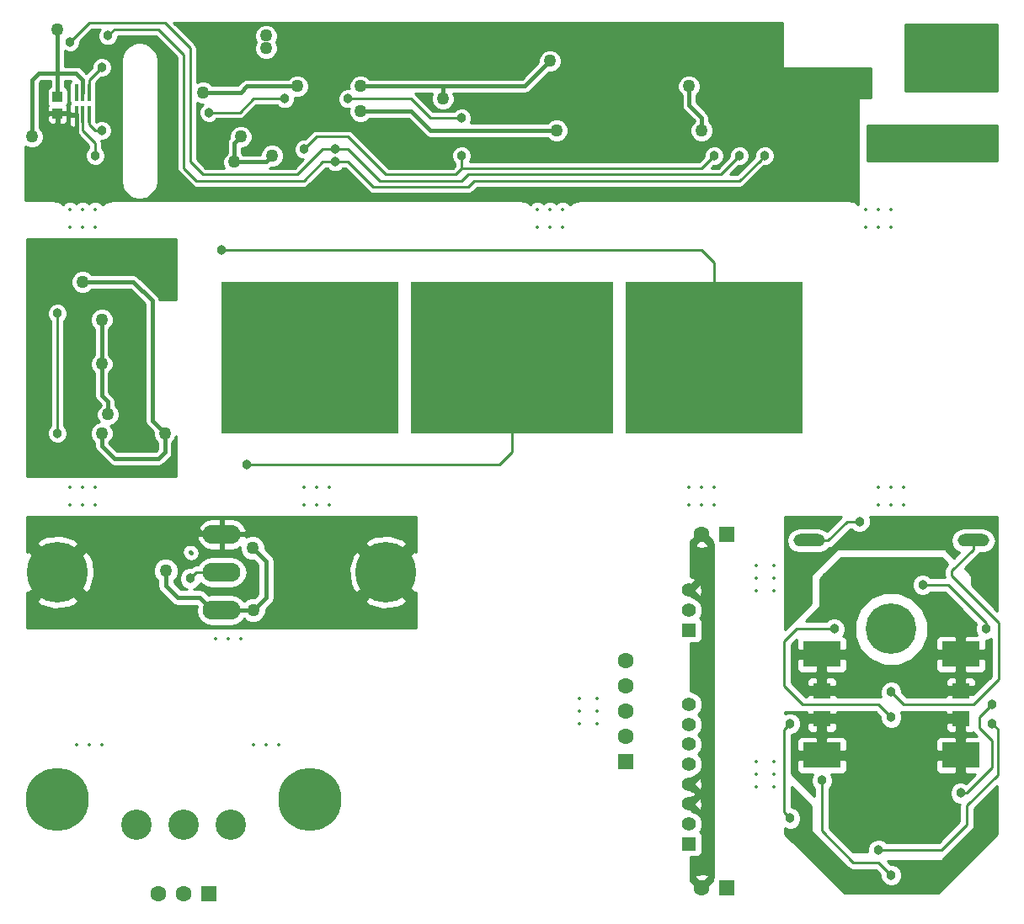
<source format=gbl>
G04 #@! TF.FileFunction,Copper,L2,Bot,Signal*
%FSLAX46Y46*%
G04 Gerber Fmt 4.6, Leading zero omitted, Abs format (unit mm)*
G04 Created by KiCad (PCBNEW 4.0.7-e2-6376~60~ubuntu17.10.1) date Tue Aug 14 05:52:14 2018*
%MOMM*%
%LPD*%
G01*
G04 APERTURE LIST*
%ADD10C,0.350000*%
%ADD11R,17.780000X15.240000*%
%ADD12R,20.320000X15.240000*%
%ADD13O,3.810000X1.905000*%
%ADD14C,6.096000*%
%ADD15R,1.000000X1.100000*%
%ADD16R,0.350000X1.700000*%
%ADD17C,6.350000*%
%ADD18C,1.016000*%
%ADD19R,1.600000X1.600000*%
%ADD20C,1.600000*%
%ADD21C,3.048000*%
%ADD22C,5.080000*%
%ADD23R,3.810000X2.540000*%
%ADD24O,3.175000X1.270000*%
%ADD25R,1.800000X1.600000*%
%ADD26R,1.400000X1.400000*%
%ADD27C,1.400000*%
%ADD28C,1.270000*%
%ADD29C,0.965200*%
%ADD30C,0.406400*%
%ADD31C,0.254000*%
%ADD32C,0.350000*%
G04 APERTURE END LIST*
D10*
D11*
X170180000Y-90170000D03*
X129540000Y-90170000D03*
D12*
X149860000Y-90170000D03*
D13*
X120650000Y-107950000D03*
X120650000Y-111760000D03*
X120650000Y-115570000D03*
D14*
X137160000Y-111760000D03*
X104140000Y-111760000D03*
D15*
X104140000Y-63920000D03*
X104140000Y-65620000D03*
D16*
X106680000Y-65717600D03*
X106680000Y-63517600D03*
X107330000Y-63517600D03*
X107330000Y-65717600D03*
X106030000Y-65717600D03*
X106030000Y-63517600D03*
D17*
X129540000Y-134620000D03*
D18*
X129540000Y-136906000D03*
X131519734Y-135763000D03*
X131519734Y-133477000D03*
X129540000Y-132334000D03*
X127560266Y-133477000D03*
X127560266Y-135763000D03*
D17*
X104140000Y-134620000D03*
D18*
X104140000Y-136906000D03*
X106119734Y-135763000D03*
X106119734Y-133477000D03*
X104140000Y-132334000D03*
X102160266Y-133477000D03*
X102160266Y-135763000D03*
D19*
X119380000Y-144145000D03*
D20*
X116840000Y-144145000D03*
X114300000Y-144145000D03*
D21*
X121589800Y-137160000D03*
X116840000Y-137160000D03*
X112090200Y-137160000D03*
D22*
X187960000Y-132715000D03*
D18*
X187960000Y-130810000D03*
X186310222Y-131762500D03*
X186310222Y-133667500D03*
X187960000Y-134620000D03*
X189609778Y-133667500D03*
X189609778Y-131762500D03*
D22*
X187960000Y-117475000D03*
D18*
X187960000Y-115570000D03*
X186310222Y-116522500D03*
X186310222Y-118427500D03*
X187960000Y-119380000D03*
X189609778Y-118427500D03*
X189609778Y-116522500D03*
D23*
X180975000Y-120015000D03*
X180975000Y-130175000D03*
X194945000Y-120015000D03*
X194945000Y-130175000D03*
D24*
X179705000Y-108585000D03*
X196215000Y-108585000D03*
D25*
X194945000Y-123695000D03*
X194945000Y-126495000D03*
X180975000Y-123695000D03*
X180975000Y-126495000D03*
D19*
X171450000Y-143510000D03*
D20*
X168910000Y-143510000D03*
D19*
X171450000Y-107950000D03*
D20*
X168910000Y-107950000D03*
D26*
X167640000Y-139080000D03*
D27*
X167640000Y-137080000D03*
X167640000Y-135080000D03*
X167640000Y-133080000D03*
X167640000Y-131080000D03*
X167640000Y-129080000D03*
X167640000Y-127080000D03*
X167640000Y-125080000D03*
D26*
X167640000Y-117570000D03*
D27*
X167640000Y-115570000D03*
X167640000Y-113570000D03*
D19*
X161290000Y-130810000D03*
D20*
X161290000Y-128270000D03*
X161290000Y-125730000D03*
X161290000Y-123190000D03*
X161290000Y-120650000D03*
D28*
X115570000Y-82550000D03*
X104681883Y-82503442D03*
X112395000Y-97790006D03*
X109220000Y-80010000D03*
X123825000Y-111760000D03*
X117475000Y-116205000D03*
X109855000Y-116205000D03*
X115570000Y-116205000D03*
X113665000Y-116205000D03*
X111760000Y-116205000D03*
X136525000Y-106680000D03*
X134620000Y-106680000D03*
X132715000Y-106680000D03*
X130810000Y-106680000D03*
X128905000Y-106680000D03*
X136525000Y-116840000D03*
X134620000Y-116840000D03*
X132715000Y-116840000D03*
X130810000Y-116840000D03*
X128905000Y-116840000D03*
X109855000Y-112395000D03*
X109855000Y-111125000D03*
X117475000Y-108585000D03*
X111760000Y-112395000D03*
X111760000Y-111125000D03*
X131445000Y-112395000D03*
X129540000Y-112395000D03*
X127635000Y-112395000D03*
X127635000Y-111125000D03*
X131445000Y-111125000D03*
X129540000Y-111125000D03*
X115570000Y-106680000D03*
X109855000Y-106680000D03*
X111760000Y-106680000D03*
X113665000Y-106680000D03*
X117475000Y-106680000D03*
X142240000Y-68580000D03*
X138430000Y-68580000D03*
X114935000Y-68580000D03*
X124460000Y-67945000D03*
X127635000Y-67945000D03*
X127635000Y-59690000D03*
X129540000Y-59690000D03*
X131445000Y-59690000D03*
X131445000Y-57785000D03*
X120015000Y-60325000D03*
X121920000Y-60325000D03*
X123825000Y-60325000D03*
X115570000Y-73660000D03*
X119380000Y-70485000D03*
X119380000Y-68580000D03*
X163195000Y-73660000D03*
X161290000Y-73660000D03*
X159385000Y-73660000D03*
X159385000Y-69850000D03*
X161290000Y-69850000D03*
X163195000Y-69850000D03*
X165100000Y-69850000D03*
X153670000Y-57785000D03*
X158750000Y-60960000D03*
X162560000Y-60960000D03*
X160655000Y-60960000D03*
X181610000Y-62230000D03*
X170180000Y-60960000D03*
X170180000Y-57150000D03*
X170180000Y-59055000D03*
X135255000Y-67945000D03*
X138430000Y-70485000D03*
X142240000Y-70485000D03*
X183515000Y-67945000D03*
X183515000Y-66040000D03*
X183515000Y-64135000D03*
X185420000Y-62230000D03*
X183515000Y-62230000D03*
X150495000Y-69215000D03*
X149225000Y-58420000D03*
X146685000Y-58420000D03*
X143129000Y-57912000D03*
X143129000Y-59944000D03*
X141097000Y-59944000D03*
X134620000Y-59690000D03*
X136525000Y-59690000D03*
X136525000Y-57785000D03*
X183515000Y-127635000D03*
X183515000Y-126365000D03*
X184785000Y-126365000D03*
X184785000Y-127635000D03*
X184785000Y-128905000D03*
X191770000Y-136525000D03*
X193040000Y-136525000D03*
X193040000Y-137795000D03*
X191770000Y-137795000D03*
X182880000Y-137795000D03*
X182880000Y-136525000D03*
X184150000Y-136525000D03*
X184150000Y-137795000D03*
X191770000Y-107950000D03*
X193040000Y-107950000D03*
X193040000Y-106680000D03*
X191770000Y-106680000D03*
X179070000Y-111125000D03*
X177800000Y-111125000D03*
X177800000Y-112395000D03*
X177800000Y-113665000D03*
X196850000Y-111125000D03*
X198120000Y-111125000D03*
X198120000Y-112395000D03*
X198120000Y-113665000D03*
D29*
X175260000Y-69850000D03*
X109220000Y-57785000D03*
X132080000Y-70485000D03*
X105410000Y-58420000D03*
X172720000Y-69850000D03*
X132080000Y-69215000D03*
D28*
X108585000Y-97790000D03*
X114935000Y-97790000D03*
X106680000Y-82549976D03*
X115030526Y-111610536D03*
X123735000Y-109310000D03*
X123825000Y-115569902D03*
X154305000Y-67310000D03*
X134619990Y-65405000D03*
X122555000Y-67945000D03*
X191135000Y-69850000D03*
X191135000Y-67945000D03*
X168909982Y-67310000D03*
X167640000Y-62865000D03*
X189230000Y-69850000D03*
X189230000Y-67945000D03*
X125730000Y-69850000D03*
X125095000Y-59055000D03*
X125095000Y-57785000D03*
X121920000Y-70485000D03*
X184785000Y-121285000D03*
X184785000Y-122555000D03*
X184785000Y-123825000D03*
X183515000Y-122555000D03*
X183515000Y-123825000D03*
X192405000Y-122555000D03*
X191135000Y-121285000D03*
X191135000Y-122555000D03*
X184150000Y-113665000D03*
X182880000Y-113665000D03*
X181610000Y-113665000D03*
X181610000Y-112395000D03*
X182880000Y-112395000D03*
X184150000Y-112395000D03*
X192405000Y-143510000D03*
X193675000Y-142240000D03*
X194945000Y-140970000D03*
X196215000Y-139700000D03*
X197485000Y-138430000D03*
X183515000Y-143510000D03*
X178435000Y-138430000D03*
X179705000Y-139700000D03*
X180975000Y-140970000D03*
X182245000Y-142240000D03*
X190500000Y-60325000D03*
X190500000Y-62230000D03*
X192405000Y-59055000D03*
X197485000Y-59055000D03*
X194945000Y-59055000D03*
D29*
X194945000Y-133985000D03*
X198120000Y-125095000D03*
X144780000Y-69850000D03*
X128905000Y-69215000D03*
X170180000Y-69850000D03*
D28*
X109220000Y-95885000D03*
X108585000Y-86360000D03*
X108585000Y-90805000D03*
X118745016Y-63500000D03*
X101600000Y-67945000D03*
X142875000Y-64135000D03*
X104140000Y-57150000D03*
X128270000Y-62865000D03*
X134620000Y-62865000D03*
X153670000Y-60325000D03*
D29*
X108585024Y-60960000D03*
X108585000Y-67310000D03*
X197485000Y-117475000D03*
X191135000Y-113030000D03*
X107950000Y-69850000D03*
X119379994Y-65506611D03*
X127000000Y-64135000D03*
X133350000Y-64135000D03*
X144780000Y-66040000D03*
X120649988Y-79375000D03*
X123190000Y-100965000D03*
X129539984Y-90170000D03*
X104140000Y-85725000D03*
X104140000Y-97790000D03*
X117474980Y-112395000D03*
X198119978Y-127000000D03*
X186690000Y-139700000D03*
X184785000Y-106680000D03*
X187960000Y-142240000D03*
X180975000Y-132715000D03*
X177800000Y-136525000D03*
X177800000Y-127000000D03*
X182245000Y-117475000D03*
X187960000Y-126365000D03*
X187960000Y-123825000D03*
D30*
X117475000Y-109708138D02*
X117580686Y-109813824D01*
X115570000Y-116205000D02*
X117475000Y-116205000D01*
X111760000Y-116205000D02*
X109855000Y-116205000D01*
X111760000Y-116205000D02*
X113665000Y-116205000D01*
X134620000Y-106680000D02*
X136525000Y-106680000D01*
X130810000Y-106680000D02*
X132715000Y-106680000D01*
X132715000Y-116840000D02*
X134620000Y-116840000D01*
X128905000Y-116840000D02*
X130810000Y-116840000D01*
X109855000Y-111125000D02*
X109855000Y-112395000D01*
X109855000Y-111760000D02*
X109855000Y-112395000D01*
X111760000Y-106680000D02*
X111760000Y-111125000D01*
X127635000Y-112395000D02*
X129540000Y-112395000D01*
X129540000Y-111125000D02*
X127635000Y-111125000D01*
X129540000Y-111125000D02*
X131445000Y-111125000D01*
X127635000Y-107950000D02*
X128905000Y-106680000D01*
X120650000Y-107950000D02*
X127635000Y-107950000D01*
X115570000Y-106680000D02*
X113665000Y-106680000D01*
X111760000Y-106680000D02*
X109855000Y-106680000D01*
X120650000Y-107950000D02*
X118745000Y-107950000D01*
X118745000Y-107950000D02*
X117475000Y-106680000D01*
X104140000Y-67945000D02*
X104140000Y-65620000D01*
X106015000Y-67945000D02*
X104140000Y-67945000D01*
X106030000Y-67930000D02*
X106015000Y-67945000D01*
X106030000Y-65717600D02*
X106030000Y-67930000D01*
X127635000Y-67945000D02*
X124460000Y-67945000D01*
X129540000Y-59690000D02*
X127635000Y-59690000D01*
X131445000Y-57785000D02*
X131445000Y-59690000D01*
X121920000Y-60325000D02*
X120015000Y-60325000D01*
X119380000Y-70485000D02*
X119380000Y-68580000D01*
X159385000Y-73660000D02*
X161290000Y-73660000D01*
X161290000Y-69850000D02*
X159385000Y-69850000D01*
X165100000Y-69850000D02*
X163195000Y-69850000D01*
X160655000Y-60960000D02*
X162560000Y-60960000D01*
X170180000Y-59055000D02*
X170180000Y-57150000D01*
X183515000Y-64135000D02*
X183515000Y-66040000D01*
X183515000Y-62230000D02*
X185420000Y-62230000D01*
X184785000Y-130175000D02*
X184785000Y-128905000D01*
X184785000Y-126365000D02*
X183515000Y-126365000D01*
X184785000Y-128905000D02*
X184785000Y-127635000D01*
X180975000Y-130175000D02*
X184785000Y-130175000D01*
X180975000Y-130175000D02*
X180975000Y-126495000D01*
X193040000Y-136525000D02*
X191770000Y-136525000D01*
X191770000Y-137795000D02*
X193040000Y-137795000D01*
X182880000Y-136525000D02*
X182880000Y-137795000D01*
X184150000Y-137795000D02*
X184150000Y-136525000D01*
D31*
X109220000Y-57785000D02*
X109855000Y-57150000D01*
X109855000Y-57150000D02*
X114300000Y-57150000D01*
X114300000Y-57150000D02*
X116840000Y-59690000D01*
X128905000Y-72390000D02*
X130810000Y-70485000D01*
X116840000Y-59690000D02*
X116840000Y-71120000D01*
X116840000Y-71120000D02*
X118110000Y-72390000D01*
X118110000Y-72390000D02*
X128905000Y-72390000D01*
X130810000Y-70485000D02*
X132080000Y-70485000D01*
X132080000Y-70485000D02*
X133350000Y-70485000D01*
X172720000Y-72390000D02*
X174777401Y-70332599D01*
X146050000Y-72390000D02*
X172720000Y-72390000D01*
X145415000Y-73025000D02*
X146050000Y-72390000D01*
X135890000Y-73025000D02*
X145415000Y-73025000D01*
X174777401Y-70332599D02*
X175260000Y-69850000D01*
X133350000Y-70485000D02*
X135890000Y-73025000D01*
X107315000Y-56515000D02*
X105892599Y-57937401D01*
X117475000Y-59055000D02*
X114935000Y-56515000D01*
X117475000Y-70485000D02*
X117475000Y-59055000D01*
X118745000Y-71755000D02*
X117475000Y-70485000D01*
X130810000Y-69215000D02*
X128270000Y-71755000D01*
X105892599Y-57937401D02*
X105410000Y-58420000D01*
X132080000Y-69215000D02*
X130810000Y-69215000D01*
X128270000Y-71755000D02*
X118745000Y-71755000D01*
X114935000Y-56515000D02*
X107315000Y-56515000D01*
X132080000Y-69215000D02*
X133350000Y-69215000D01*
X170815000Y-71755000D02*
X172720000Y-69850000D01*
X145415000Y-71755000D02*
X170815000Y-71755000D01*
X144780000Y-72390000D02*
X145415000Y-71755000D01*
X136525000Y-72390000D02*
X144780000Y-72390000D01*
X133350000Y-69215000D02*
X136525000Y-72390000D01*
D30*
X108585000Y-99060000D02*
X108585000Y-97790000D01*
X109855000Y-100330000D02*
X108585000Y-99060000D01*
X114300000Y-100330000D02*
X114935000Y-99695000D01*
X114935000Y-99695000D02*
X114935000Y-97790000D01*
X109855000Y-100330000D02*
X114300000Y-100330000D01*
X114935000Y-97790000D02*
X113665000Y-96520000D01*
X113665000Y-96520000D02*
X113665000Y-84455000D01*
X113665000Y-84455000D02*
X111759976Y-82549976D01*
X111759976Y-82549976D02*
X106680000Y-82549976D01*
X123735000Y-109310000D02*
X125095000Y-110670000D01*
X125095000Y-114299902D02*
X123825000Y-115569902D01*
X125095000Y-110670000D02*
X125095000Y-114299902D01*
X120650000Y-115570000D02*
X119697500Y-115570000D01*
X119697500Y-115570000D02*
X118427500Y-114300000D01*
X118427500Y-114300000D02*
X116205000Y-114300000D01*
X116205000Y-114300000D02*
X115030526Y-113125526D01*
X115030526Y-113125526D02*
X115030526Y-111610536D01*
X115030526Y-111855526D02*
X115030526Y-111610536D01*
X123824902Y-115570000D02*
X123825000Y-115569902D01*
X120650000Y-115570000D02*
X123824902Y-115570000D01*
X141605000Y-67310000D02*
X139700000Y-65405000D01*
X139700000Y-65405000D02*
X135518015Y-65405000D01*
X154305000Y-67310000D02*
X141605000Y-67310000D01*
X135518015Y-65405000D02*
X134619990Y-65405000D01*
X121920000Y-68580000D02*
X122555000Y-67945000D01*
X121920000Y-70485000D02*
X121920000Y-68580000D01*
X191135000Y-67945000D02*
X191135000Y-69850000D01*
X167640000Y-62865000D02*
X167640000Y-64770000D01*
X167640000Y-64770000D02*
X168909982Y-66039982D01*
X168909982Y-66039982D02*
X168909982Y-66411975D01*
X168909982Y-66411975D02*
X168909982Y-67310000D01*
X125730000Y-69850000D02*
X125095000Y-70485000D01*
X125095000Y-70485000D02*
X121920000Y-70485000D01*
X184785000Y-122555000D02*
X184785000Y-121285000D01*
X183515000Y-123825000D02*
X184785000Y-123825000D01*
X180975000Y-123695000D02*
X183385000Y-123695000D01*
X183385000Y-123695000D02*
X183515000Y-123825000D01*
X191135000Y-122555000D02*
X191135000Y-121285000D01*
X180975000Y-121285000D02*
X180975000Y-123190000D01*
X180975000Y-123190000D02*
X181610000Y-123825000D01*
X190500000Y-62230000D02*
X190500000Y-60325000D01*
D31*
X198120000Y-125095000D02*
X196850000Y-126365000D01*
X196850000Y-126365000D02*
X196850000Y-127445611D01*
X196850000Y-127445611D02*
X198120000Y-128715611D01*
X198120000Y-131445000D02*
X195580000Y-133985000D01*
X198120000Y-128715611D02*
X198120000Y-131445000D01*
X195580000Y-133985000D02*
X194945000Y-133985000D01*
X144780000Y-71120000D02*
X144780000Y-69850000D01*
X144780000Y-71120000D02*
X168910000Y-71120000D01*
X168910000Y-71120000D02*
X170180000Y-69850000D01*
X144780000Y-71120000D02*
X144145000Y-71755000D01*
X144145000Y-71755000D02*
X137160000Y-71755000D01*
X137160000Y-71755000D02*
X133350000Y-67945000D01*
X133350000Y-67945000D02*
X130175000Y-67945000D01*
X129387599Y-68732401D02*
X128905000Y-69215000D01*
X130175000Y-67945000D02*
X129387599Y-68732401D01*
D30*
X108585000Y-90805000D02*
X108585000Y-93980000D01*
X108585000Y-93980000D02*
X109220000Y-94615000D01*
X109220000Y-94615000D02*
X109220000Y-95885000D01*
X108585000Y-86360000D02*
X108585000Y-90805000D01*
X104140000Y-61595000D02*
X106013800Y-61595000D01*
X106013800Y-61595000D02*
X106680000Y-62261200D01*
X106680000Y-62261200D02*
X106680000Y-63517600D01*
X128270000Y-62865000D02*
X123190000Y-62865000D01*
X123190000Y-62865000D02*
X122555000Y-63500000D01*
X122555000Y-63500000D02*
X118745016Y-63500000D01*
X104140000Y-63285000D02*
X104140000Y-63920000D01*
X104140000Y-63285000D02*
X104140000Y-61595000D01*
X104140000Y-57150000D02*
X104140000Y-61595000D01*
X104140000Y-61595000D02*
X102235000Y-61595000D01*
X102235000Y-61595000D02*
X101600000Y-62230000D01*
X101600000Y-62230000D02*
X101600000Y-67046975D01*
X101600000Y-67046975D02*
X101600000Y-67945000D01*
X151130000Y-62865000D02*
X142875000Y-62865000D01*
X142875000Y-64135000D02*
X142875000Y-62865000D01*
X142875000Y-62865000D02*
X135518025Y-62865000D01*
X135518025Y-62865000D02*
X134620000Y-62865000D01*
X153670000Y-60325000D02*
X151130000Y-62865000D01*
X140335000Y-62865000D02*
X134620000Y-62865000D01*
D31*
X108102425Y-61442599D02*
X108585024Y-60960000D01*
X107330000Y-62215024D02*
X108102425Y-61442599D01*
X107330000Y-63517600D02*
X107330000Y-62215024D01*
X107330000Y-65717600D02*
X107330000Y-66690000D01*
X107330000Y-66690000D02*
X107950000Y-67310000D01*
X107950000Y-67310000D02*
X108585000Y-67310000D01*
X197485000Y-117475000D02*
X197485000Y-116840000D01*
X197485000Y-116840000D02*
X193675000Y-113030000D01*
X193675000Y-113030000D02*
X191135000Y-113030000D01*
X106680000Y-67310000D02*
X106680000Y-65717600D01*
X107950000Y-68580000D02*
X106680000Y-67310000D01*
X127000000Y-64135000D02*
X123825000Y-64135000D01*
X123825000Y-64135000D02*
X122453389Y-65506611D01*
X122453389Y-65506611D02*
X119379994Y-65506611D01*
X107950000Y-69850000D02*
X107950000Y-68580000D01*
X133350000Y-64135000D02*
X139700000Y-64135000D01*
X139700000Y-64135000D02*
X141605000Y-66040000D01*
X141605000Y-66040000D02*
X144780000Y-66040000D01*
X170180000Y-90170000D02*
X170180000Y-80645000D01*
X170180000Y-80645000D02*
X168910000Y-79375000D01*
X168910000Y-79375000D02*
X121332487Y-79375000D01*
X121332487Y-79375000D02*
X120649988Y-79375000D01*
X149860000Y-90170000D02*
X149860000Y-99695000D01*
X148590000Y-100965000D02*
X123190000Y-100965000D01*
X149860000Y-99695000D02*
X148590000Y-100965000D01*
X104140000Y-97790000D02*
X104140000Y-85725000D01*
X117957579Y-111912401D02*
X117474980Y-112395000D01*
X118109980Y-111760000D02*
X117957579Y-111912401D01*
X120650000Y-111760000D02*
X118109980Y-111760000D01*
X186690000Y-139700000D02*
X193040000Y-139700000D01*
X193040000Y-139700000D02*
X195580000Y-137160000D01*
X195580000Y-137160000D02*
X195580000Y-135255000D01*
X195580000Y-135255000D02*
X198653377Y-132181623D01*
X198653377Y-132181623D02*
X198653377Y-127533399D01*
X198653377Y-127533399D02*
X198119978Y-127000000D01*
X184785000Y-106680000D02*
X183515000Y-106680000D01*
X181610000Y-108585000D02*
X179705000Y-108585000D01*
X183515000Y-106680000D02*
X181610000Y-108585000D01*
X180975000Y-132715000D02*
X180975000Y-137795000D01*
X180975000Y-137795000D02*
X184150000Y-140970000D01*
X186690000Y-140970000D02*
X187960000Y-142240000D01*
X184150000Y-140970000D02*
X186690000Y-140970000D01*
X177800000Y-127000000D02*
X177165000Y-127635000D01*
X177165000Y-127635000D02*
X177165000Y-135890000D01*
X177165000Y-135890000D02*
X177800000Y-136525000D01*
X179070000Y-125095000D02*
X186690000Y-125095000D01*
X182245000Y-117475000D02*
X178435000Y-117475000D01*
X178435000Y-117475000D02*
X177165000Y-118745000D01*
X177165000Y-118745000D02*
X177165000Y-123190000D01*
X177165000Y-123190000D02*
X179070000Y-125095000D01*
X186690000Y-125095000D02*
X187960000Y-126365000D01*
X189230000Y-125095000D02*
X188417199Y-124282199D01*
X194056000Y-112141000D02*
X198755000Y-116840000D01*
X188417199Y-124282199D02*
X187960000Y-123825000D01*
X196215000Y-125095000D02*
X189230000Y-125095000D01*
X198755000Y-122555000D02*
X196215000Y-125095000D01*
X198755000Y-116840000D02*
X198755000Y-122555000D01*
X194056000Y-111633000D02*
X194056000Y-112141000D01*
X196215000Y-109474000D02*
X194056000Y-111633000D01*
X196215000Y-108585000D02*
X196215000Y-109474000D01*
G36*
X116078000Y-84328000D02*
X114376338Y-84328000D01*
X114345530Y-84173115D01*
X114185855Y-83934145D01*
X112280831Y-82029121D01*
X112041861Y-81869446D01*
X111759976Y-81813376D01*
X107595611Y-81813376D01*
X107342709Y-81560033D01*
X106913429Y-81381780D01*
X106448611Y-81381374D01*
X106019019Y-81558877D01*
X105690057Y-81887267D01*
X105511804Y-82316547D01*
X105511398Y-82781365D01*
X105688901Y-83210957D01*
X106017291Y-83539919D01*
X106446571Y-83718172D01*
X106911389Y-83718578D01*
X107340981Y-83541075D01*
X107595923Y-83286576D01*
X111454866Y-83286576D01*
X112928400Y-84760110D01*
X112928400Y-96520000D01*
X112984470Y-96801885D01*
X113144145Y-97040855D01*
X113766711Y-97663421D01*
X113766398Y-98021389D01*
X113943901Y-98450981D01*
X114198400Y-98705923D01*
X114198400Y-99389890D01*
X113994890Y-99593400D01*
X110160110Y-99593400D01*
X109321600Y-98754890D01*
X109321600Y-98705611D01*
X109574943Y-98452709D01*
X109753196Y-98023429D01*
X109753602Y-97558611D01*
X109576099Y-97129019D01*
X109486380Y-97039144D01*
X109880981Y-96876099D01*
X110209943Y-96547709D01*
X110388196Y-96118429D01*
X110388602Y-95653611D01*
X110211099Y-95224019D01*
X109956600Y-94969077D01*
X109956600Y-94615000D01*
X109900530Y-94333115D01*
X109740855Y-94094145D01*
X109321600Y-93674890D01*
X109321600Y-91720611D01*
X109574943Y-91467709D01*
X109753196Y-91038429D01*
X109753602Y-90573611D01*
X109576099Y-90144019D01*
X109321600Y-89889077D01*
X109321600Y-87275611D01*
X109574943Y-87022709D01*
X109753196Y-86593429D01*
X109753602Y-86128611D01*
X109576099Y-85699019D01*
X109247709Y-85370057D01*
X108818429Y-85191804D01*
X108353611Y-85191398D01*
X107924019Y-85368901D01*
X107595057Y-85697291D01*
X107416804Y-86126571D01*
X107416398Y-86591389D01*
X107593901Y-87020981D01*
X107848400Y-87275923D01*
X107848400Y-89889389D01*
X107595057Y-90142291D01*
X107416804Y-90571571D01*
X107416398Y-91036389D01*
X107593901Y-91465981D01*
X107848400Y-91720923D01*
X107848400Y-93980000D01*
X107904470Y-94261885D01*
X108064145Y-94500855D01*
X108483400Y-94920110D01*
X108483400Y-94969389D01*
X108230057Y-95222291D01*
X108051804Y-95651571D01*
X108051398Y-96116389D01*
X108228901Y-96545981D01*
X108318620Y-96635856D01*
X107924019Y-96798901D01*
X107595057Y-97127291D01*
X107416804Y-97556571D01*
X107416398Y-98021389D01*
X107593901Y-98450981D01*
X107848400Y-98705923D01*
X107848400Y-99060000D01*
X107904470Y-99341885D01*
X108064145Y-99580855D01*
X109334145Y-100850855D01*
X109573115Y-101010530D01*
X109855000Y-101066600D01*
X114300000Y-101066600D01*
X114581885Y-101010530D01*
X114820855Y-100850855D01*
X115455855Y-100215855D01*
X115615530Y-99976885D01*
X115671600Y-99695000D01*
X115671600Y-98705611D01*
X115924943Y-98452709D01*
X116078000Y-98084108D01*
X116078000Y-102108000D01*
X101092000Y-102108000D01*
X101092000Y-85926208D01*
X103123824Y-85926208D01*
X103278175Y-86299766D01*
X103479600Y-86501543D01*
X103479600Y-97013660D01*
X103279179Y-97213731D01*
X103124176Y-97587018D01*
X103123824Y-97991208D01*
X103278175Y-98364766D01*
X103563731Y-98650821D01*
X103937018Y-98805824D01*
X104341208Y-98806176D01*
X104714766Y-98651825D01*
X105000821Y-98366269D01*
X105155824Y-97992982D01*
X105156176Y-97588792D01*
X105001825Y-97215234D01*
X104800400Y-97013457D01*
X104800400Y-86501340D01*
X105000821Y-86301269D01*
X105155824Y-85927982D01*
X105156176Y-85523792D01*
X105001825Y-85150234D01*
X104716269Y-84864179D01*
X104342982Y-84709176D01*
X103938792Y-84708824D01*
X103565234Y-84863175D01*
X103279179Y-85148731D01*
X103124176Y-85522018D01*
X103123824Y-85926208D01*
X101092000Y-85926208D01*
X101092000Y-78232000D01*
X116078000Y-78232000D01*
X116078000Y-84328000D01*
X116078000Y-84328000D01*
G37*
X116078000Y-84328000D02*
X114376338Y-84328000D01*
X114345530Y-84173115D01*
X114185855Y-83934145D01*
X112280831Y-82029121D01*
X112041861Y-81869446D01*
X111759976Y-81813376D01*
X107595611Y-81813376D01*
X107342709Y-81560033D01*
X106913429Y-81381780D01*
X106448611Y-81381374D01*
X106019019Y-81558877D01*
X105690057Y-81887267D01*
X105511804Y-82316547D01*
X105511398Y-82781365D01*
X105688901Y-83210957D01*
X106017291Y-83539919D01*
X106446571Y-83718172D01*
X106911389Y-83718578D01*
X107340981Y-83541075D01*
X107595923Y-83286576D01*
X111454866Y-83286576D01*
X112928400Y-84760110D01*
X112928400Y-96520000D01*
X112984470Y-96801885D01*
X113144145Y-97040855D01*
X113766711Y-97663421D01*
X113766398Y-98021389D01*
X113943901Y-98450981D01*
X114198400Y-98705923D01*
X114198400Y-99389890D01*
X113994890Y-99593400D01*
X110160110Y-99593400D01*
X109321600Y-98754890D01*
X109321600Y-98705611D01*
X109574943Y-98452709D01*
X109753196Y-98023429D01*
X109753602Y-97558611D01*
X109576099Y-97129019D01*
X109486380Y-97039144D01*
X109880981Y-96876099D01*
X110209943Y-96547709D01*
X110388196Y-96118429D01*
X110388602Y-95653611D01*
X110211099Y-95224019D01*
X109956600Y-94969077D01*
X109956600Y-94615000D01*
X109900530Y-94333115D01*
X109740855Y-94094145D01*
X109321600Y-93674890D01*
X109321600Y-91720611D01*
X109574943Y-91467709D01*
X109753196Y-91038429D01*
X109753602Y-90573611D01*
X109576099Y-90144019D01*
X109321600Y-89889077D01*
X109321600Y-87275611D01*
X109574943Y-87022709D01*
X109753196Y-86593429D01*
X109753602Y-86128611D01*
X109576099Y-85699019D01*
X109247709Y-85370057D01*
X108818429Y-85191804D01*
X108353611Y-85191398D01*
X107924019Y-85368901D01*
X107595057Y-85697291D01*
X107416804Y-86126571D01*
X107416398Y-86591389D01*
X107593901Y-87020981D01*
X107848400Y-87275923D01*
X107848400Y-89889389D01*
X107595057Y-90142291D01*
X107416804Y-90571571D01*
X107416398Y-91036389D01*
X107593901Y-91465981D01*
X107848400Y-91720923D01*
X107848400Y-93980000D01*
X107904470Y-94261885D01*
X108064145Y-94500855D01*
X108483400Y-94920110D01*
X108483400Y-94969389D01*
X108230057Y-95222291D01*
X108051804Y-95651571D01*
X108051398Y-96116389D01*
X108228901Y-96545981D01*
X108318620Y-96635856D01*
X107924019Y-96798901D01*
X107595057Y-97127291D01*
X107416804Y-97556571D01*
X107416398Y-98021389D01*
X107593901Y-98450981D01*
X107848400Y-98705923D01*
X107848400Y-99060000D01*
X107904470Y-99341885D01*
X108064145Y-99580855D01*
X109334145Y-100850855D01*
X109573115Y-101010530D01*
X109855000Y-101066600D01*
X114300000Y-101066600D01*
X114581885Y-101010530D01*
X114820855Y-100850855D01*
X115455855Y-100215855D01*
X115615530Y-99976885D01*
X115671600Y-99695000D01*
X115671600Y-98705611D01*
X115924943Y-98452709D01*
X116078000Y-98084108D01*
X116078000Y-102108000D01*
X101092000Y-102108000D01*
X101092000Y-85926208D01*
X103123824Y-85926208D01*
X103278175Y-86299766D01*
X103479600Y-86501543D01*
X103479600Y-97013660D01*
X103279179Y-97213731D01*
X103124176Y-97587018D01*
X103123824Y-97991208D01*
X103278175Y-98364766D01*
X103563731Y-98650821D01*
X103937018Y-98805824D01*
X104341208Y-98806176D01*
X104714766Y-98651825D01*
X105000821Y-98366269D01*
X105155824Y-97992982D01*
X105156176Y-97588792D01*
X105001825Y-97215234D01*
X104800400Y-97013457D01*
X104800400Y-86501340D01*
X105000821Y-86301269D01*
X105155824Y-85927982D01*
X105156176Y-85523792D01*
X105001825Y-85150234D01*
X104716269Y-84864179D01*
X104342982Y-84709176D01*
X103938792Y-84708824D01*
X103565234Y-84863175D01*
X103279179Y-85148731D01*
X103124176Y-85522018D01*
X103123824Y-85926208D01*
X101092000Y-85926208D01*
X101092000Y-78232000D01*
X116078000Y-78232000D01*
X116078000Y-84328000D01*
G36*
X140208000Y-109753279D02*
X140036754Y-109601666D01*
X137878420Y-111760000D01*
X140036754Y-113918334D01*
X140208000Y-113766721D01*
X140208000Y-117348000D01*
X101092000Y-117348000D01*
X101092000Y-114636754D01*
X101981666Y-114636754D01*
X102364047Y-115068651D01*
X103765399Y-115496423D01*
X105223781Y-115355358D01*
X105915953Y-115068651D01*
X106298334Y-114636754D01*
X104140000Y-112478420D01*
X101981666Y-114636754D01*
X101092000Y-114636754D01*
X101092000Y-113766721D01*
X101263246Y-113918334D01*
X103421580Y-111760000D01*
X104858420Y-111760000D01*
X107016754Y-113918334D01*
X107448651Y-113535953D01*
X107876423Y-112134601D01*
X107850060Y-111862046D01*
X113760306Y-111862046D01*
X113953244Y-112328994D01*
X114192326Y-112568493D01*
X114192326Y-113125526D01*
X114256130Y-113446292D01*
X114437829Y-113718223D01*
X115612303Y-114892697D01*
X115884234Y-115074396D01*
X116205000Y-115138200D01*
X118080306Y-115138200D01*
X118135208Y-115193102D01*
X118060238Y-115570000D01*
X118181079Y-116177510D01*
X118525206Y-116692532D01*
X119040228Y-117036659D01*
X119647738Y-117157500D01*
X121652262Y-117157500D01*
X122259772Y-117036659D01*
X122774794Y-116692532D01*
X122925713Y-116466666D01*
X123104663Y-116645928D01*
X123571273Y-116839681D01*
X124076510Y-116840122D01*
X124543458Y-116647184D01*
X124901026Y-116290239D01*
X125094779Y-115823629D01*
X125095074Y-115485222D01*
X125687697Y-114892599D01*
X125858647Y-114636754D01*
X135001666Y-114636754D01*
X135384047Y-115068651D01*
X136785399Y-115496423D01*
X138243781Y-115355358D01*
X138935953Y-115068651D01*
X139318334Y-114636754D01*
X137160000Y-112478420D01*
X135001666Y-114636754D01*
X125858647Y-114636754D01*
X125869396Y-114620668D01*
X125933200Y-114299902D01*
X125933200Y-111385399D01*
X133423577Y-111385399D01*
X133564642Y-112843781D01*
X133851349Y-113535953D01*
X134283246Y-113918334D01*
X136441580Y-111760000D01*
X134283246Y-109601666D01*
X133851349Y-109984047D01*
X133423577Y-111385399D01*
X125933200Y-111385399D01*
X125933200Y-110670000D01*
X125869396Y-110349235D01*
X125687697Y-110077303D01*
X125004927Y-109394533D01*
X125005220Y-109058490D01*
X124932812Y-108883246D01*
X135001666Y-108883246D01*
X137160000Y-111041580D01*
X139318334Y-108883246D01*
X138935953Y-108451349D01*
X137534601Y-108023577D01*
X136076219Y-108164642D01*
X135384047Y-108451349D01*
X135001666Y-108883246D01*
X124932812Y-108883246D01*
X124812282Y-108591542D01*
X124455337Y-108233974D01*
X123988727Y-108040221D01*
X123483490Y-108039780D01*
X123087285Y-108203488D01*
X123025594Y-108077000D01*
X120777000Y-108077000D01*
X120777000Y-109537500D01*
X121729500Y-109537500D01*
X122327343Y-109368058D01*
X122465044Y-109259215D01*
X122464780Y-109561510D01*
X122657718Y-110028458D01*
X123014663Y-110386026D01*
X123481273Y-110579779D01*
X123819680Y-110580074D01*
X124256800Y-111017194D01*
X124256800Y-113952708D01*
X123909533Y-114299975D01*
X123573490Y-114299682D01*
X123106542Y-114492620D01*
X122925633Y-114673214D01*
X122774794Y-114447468D01*
X122259772Y-114103341D01*
X121652262Y-113982500D01*
X119647738Y-113982500D01*
X119353852Y-114040958D01*
X119020197Y-113707303D01*
X118748266Y-113525604D01*
X118427500Y-113461800D01*
X117819722Y-113461800D01*
X118107222Y-113343008D01*
X118421883Y-113028896D01*
X118498966Y-112843261D01*
X118525206Y-112882532D01*
X119040228Y-113226659D01*
X119647738Y-113347500D01*
X121652262Y-113347500D01*
X122259772Y-113226659D01*
X122774794Y-112882532D01*
X123118921Y-112367510D01*
X123239762Y-111760000D01*
X123118921Y-111152490D01*
X122774794Y-110637468D01*
X122259772Y-110293341D01*
X121652262Y-110172500D01*
X119647738Y-110172500D01*
X119040228Y-110293341D01*
X118525206Y-110637468D01*
X118284306Y-110998000D01*
X118109980Y-110998000D01*
X117818376Y-111056003D01*
X117571165Y-111221184D01*
X117514915Y-111277434D01*
X117253651Y-111277207D01*
X116842738Y-111446992D01*
X116528077Y-111761104D01*
X116357574Y-112171720D01*
X116357187Y-112616329D01*
X116526972Y-113027242D01*
X116841084Y-113341903D01*
X117129827Y-113461800D01*
X116552194Y-113461800D01*
X115868726Y-112778332D01*
X115868726Y-112568285D01*
X116106552Y-112330873D01*
X116300305Y-111864263D01*
X116300746Y-111359026D01*
X116107808Y-110892078D01*
X115750863Y-110534510D01*
X115284253Y-110340757D01*
X114779016Y-110340316D01*
X114312068Y-110533254D01*
X113954500Y-110890199D01*
X113760747Y-111356809D01*
X113760306Y-111862046D01*
X107850060Y-111862046D01*
X107735358Y-110676219D01*
X107448651Y-109984047D01*
X107137014Y-109708138D01*
X116636800Y-109708138D01*
X116700604Y-110028904D01*
X116882303Y-110300835D01*
X116987989Y-110406521D01*
X117259921Y-110588220D01*
X117580686Y-110652024D01*
X117901452Y-110588220D01*
X118173383Y-110406521D01*
X118355082Y-110134590D01*
X118418886Y-109813824D01*
X118355082Y-109493059D01*
X118173383Y-109221127D01*
X118067697Y-109115441D01*
X117795766Y-108933742D01*
X117475000Y-108869938D01*
X117154234Y-108933742D01*
X116882303Y-109115441D01*
X116700604Y-109387372D01*
X116636800Y-109708138D01*
X107137014Y-109708138D01*
X107016754Y-109601666D01*
X104858420Y-111760000D01*
X103421580Y-111760000D01*
X101263246Y-109601666D01*
X101092000Y-109753279D01*
X101092000Y-108883246D01*
X101981666Y-108883246D01*
X104140000Y-111041580D01*
X106298334Y-108883246D01*
X105915953Y-108451349D01*
X105495425Y-108322980D01*
X118154437Y-108322980D01*
X118182240Y-108440177D01*
X118485165Y-108982729D01*
X118972657Y-109368058D01*
X119570500Y-109537500D01*
X120523000Y-109537500D01*
X120523000Y-108077000D01*
X118274406Y-108077000D01*
X118154437Y-108322980D01*
X105495425Y-108322980D01*
X104514601Y-108023577D01*
X103056219Y-108164642D01*
X102364047Y-108451349D01*
X101981666Y-108883246D01*
X101092000Y-108883246D01*
X101092000Y-107577020D01*
X118154437Y-107577020D01*
X118274406Y-107823000D01*
X120523000Y-107823000D01*
X120523000Y-106362500D01*
X120777000Y-106362500D01*
X120777000Y-107823000D01*
X123025594Y-107823000D01*
X123145563Y-107577020D01*
X123117760Y-107459823D01*
X122814835Y-106917271D01*
X122327343Y-106531942D01*
X121729500Y-106362500D01*
X120777000Y-106362500D01*
X120523000Y-106362500D01*
X119570500Y-106362500D01*
X118972657Y-106531942D01*
X118485165Y-106917271D01*
X118182240Y-107459823D01*
X118154437Y-107577020D01*
X101092000Y-107577020D01*
X101092000Y-106172000D01*
X140208000Y-106172000D01*
X140208000Y-109753279D01*
X140208000Y-109753279D01*
G37*
X140208000Y-109753279D02*
X140036754Y-109601666D01*
X137878420Y-111760000D01*
X140036754Y-113918334D01*
X140208000Y-113766721D01*
X140208000Y-117348000D01*
X101092000Y-117348000D01*
X101092000Y-114636754D01*
X101981666Y-114636754D01*
X102364047Y-115068651D01*
X103765399Y-115496423D01*
X105223781Y-115355358D01*
X105915953Y-115068651D01*
X106298334Y-114636754D01*
X104140000Y-112478420D01*
X101981666Y-114636754D01*
X101092000Y-114636754D01*
X101092000Y-113766721D01*
X101263246Y-113918334D01*
X103421580Y-111760000D01*
X104858420Y-111760000D01*
X107016754Y-113918334D01*
X107448651Y-113535953D01*
X107876423Y-112134601D01*
X107850060Y-111862046D01*
X113760306Y-111862046D01*
X113953244Y-112328994D01*
X114192326Y-112568493D01*
X114192326Y-113125526D01*
X114256130Y-113446292D01*
X114437829Y-113718223D01*
X115612303Y-114892697D01*
X115884234Y-115074396D01*
X116205000Y-115138200D01*
X118080306Y-115138200D01*
X118135208Y-115193102D01*
X118060238Y-115570000D01*
X118181079Y-116177510D01*
X118525206Y-116692532D01*
X119040228Y-117036659D01*
X119647738Y-117157500D01*
X121652262Y-117157500D01*
X122259772Y-117036659D01*
X122774794Y-116692532D01*
X122925713Y-116466666D01*
X123104663Y-116645928D01*
X123571273Y-116839681D01*
X124076510Y-116840122D01*
X124543458Y-116647184D01*
X124901026Y-116290239D01*
X125094779Y-115823629D01*
X125095074Y-115485222D01*
X125687697Y-114892599D01*
X125858647Y-114636754D01*
X135001666Y-114636754D01*
X135384047Y-115068651D01*
X136785399Y-115496423D01*
X138243781Y-115355358D01*
X138935953Y-115068651D01*
X139318334Y-114636754D01*
X137160000Y-112478420D01*
X135001666Y-114636754D01*
X125858647Y-114636754D01*
X125869396Y-114620668D01*
X125933200Y-114299902D01*
X125933200Y-111385399D01*
X133423577Y-111385399D01*
X133564642Y-112843781D01*
X133851349Y-113535953D01*
X134283246Y-113918334D01*
X136441580Y-111760000D01*
X134283246Y-109601666D01*
X133851349Y-109984047D01*
X133423577Y-111385399D01*
X125933200Y-111385399D01*
X125933200Y-110670000D01*
X125869396Y-110349235D01*
X125687697Y-110077303D01*
X125004927Y-109394533D01*
X125005220Y-109058490D01*
X124932812Y-108883246D01*
X135001666Y-108883246D01*
X137160000Y-111041580D01*
X139318334Y-108883246D01*
X138935953Y-108451349D01*
X137534601Y-108023577D01*
X136076219Y-108164642D01*
X135384047Y-108451349D01*
X135001666Y-108883246D01*
X124932812Y-108883246D01*
X124812282Y-108591542D01*
X124455337Y-108233974D01*
X123988727Y-108040221D01*
X123483490Y-108039780D01*
X123087285Y-108203488D01*
X123025594Y-108077000D01*
X120777000Y-108077000D01*
X120777000Y-109537500D01*
X121729500Y-109537500D01*
X122327343Y-109368058D01*
X122465044Y-109259215D01*
X122464780Y-109561510D01*
X122657718Y-110028458D01*
X123014663Y-110386026D01*
X123481273Y-110579779D01*
X123819680Y-110580074D01*
X124256800Y-111017194D01*
X124256800Y-113952708D01*
X123909533Y-114299975D01*
X123573490Y-114299682D01*
X123106542Y-114492620D01*
X122925633Y-114673214D01*
X122774794Y-114447468D01*
X122259772Y-114103341D01*
X121652262Y-113982500D01*
X119647738Y-113982500D01*
X119353852Y-114040958D01*
X119020197Y-113707303D01*
X118748266Y-113525604D01*
X118427500Y-113461800D01*
X117819722Y-113461800D01*
X118107222Y-113343008D01*
X118421883Y-113028896D01*
X118498966Y-112843261D01*
X118525206Y-112882532D01*
X119040228Y-113226659D01*
X119647738Y-113347500D01*
X121652262Y-113347500D01*
X122259772Y-113226659D01*
X122774794Y-112882532D01*
X123118921Y-112367510D01*
X123239762Y-111760000D01*
X123118921Y-111152490D01*
X122774794Y-110637468D01*
X122259772Y-110293341D01*
X121652262Y-110172500D01*
X119647738Y-110172500D01*
X119040228Y-110293341D01*
X118525206Y-110637468D01*
X118284306Y-110998000D01*
X118109980Y-110998000D01*
X117818376Y-111056003D01*
X117571165Y-111221184D01*
X117514915Y-111277434D01*
X117253651Y-111277207D01*
X116842738Y-111446992D01*
X116528077Y-111761104D01*
X116357574Y-112171720D01*
X116357187Y-112616329D01*
X116526972Y-113027242D01*
X116841084Y-113341903D01*
X117129827Y-113461800D01*
X116552194Y-113461800D01*
X115868726Y-112778332D01*
X115868726Y-112568285D01*
X116106552Y-112330873D01*
X116300305Y-111864263D01*
X116300746Y-111359026D01*
X116107808Y-110892078D01*
X115750863Y-110534510D01*
X115284253Y-110340757D01*
X114779016Y-110340316D01*
X114312068Y-110533254D01*
X113954500Y-110890199D01*
X113760747Y-111356809D01*
X113760306Y-111862046D01*
X107850060Y-111862046D01*
X107735358Y-110676219D01*
X107448651Y-109984047D01*
X107137014Y-109708138D01*
X116636800Y-109708138D01*
X116700604Y-110028904D01*
X116882303Y-110300835D01*
X116987989Y-110406521D01*
X117259921Y-110588220D01*
X117580686Y-110652024D01*
X117901452Y-110588220D01*
X118173383Y-110406521D01*
X118355082Y-110134590D01*
X118418886Y-109813824D01*
X118355082Y-109493059D01*
X118173383Y-109221127D01*
X118067697Y-109115441D01*
X117795766Y-108933742D01*
X117475000Y-108869938D01*
X117154234Y-108933742D01*
X116882303Y-109115441D01*
X116700604Y-109387372D01*
X116636800Y-109708138D01*
X107137014Y-109708138D01*
X107016754Y-109601666D01*
X104858420Y-111760000D01*
X103421580Y-111760000D01*
X101263246Y-109601666D01*
X101092000Y-109753279D01*
X101092000Y-108883246D01*
X101981666Y-108883246D01*
X104140000Y-111041580D01*
X106298334Y-108883246D01*
X105915953Y-108451349D01*
X105495425Y-108322980D01*
X118154437Y-108322980D01*
X118182240Y-108440177D01*
X118485165Y-108982729D01*
X118972657Y-109368058D01*
X119570500Y-109537500D01*
X120523000Y-109537500D01*
X120523000Y-108077000D01*
X118274406Y-108077000D01*
X118154437Y-108322980D01*
X105495425Y-108322980D01*
X104514601Y-108023577D01*
X103056219Y-108164642D01*
X102364047Y-108451349D01*
X101981666Y-108883246D01*
X101092000Y-108883246D01*
X101092000Y-107577020D01*
X118154437Y-107577020D01*
X118274406Y-107823000D01*
X120523000Y-107823000D01*
X120523000Y-106362500D01*
X120777000Y-106362500D01*
X120777000Y-107823000D01*
X123025594Y-107823000D01*
X123145563Y-107577020D01*
X123117760Y-107459823D01*
X122814835Y-106917271D01*
X122327343Y-106531942D01*
X121729500Y-106362500D01*
X120777000Y-106362500D01*
X120523000Y-106362500D01*
X119570500Y-106362500D01*
X118972657Y-106531942D01*
X118485165Y-106917271D01*
X118182240Y-107459823D01*
X118154437Y-107577020D01*
X101092000Y-107577020D01*
X101092000Y-106172000D01*
X140208000Y-106172000D01*
X140208000Y-109753279D01*
G36*
X177038000Y-60960000D02*
X177048006Y-61009410D01*
X177076447Y-61051035D01*
X177118841Y-61078315D01*
X177165000Y-61087000D01*
X185928000Y-61087000D01*
X185928000Y-64008000D01*
X184785000Y-64008000D01*
X184735590Y-64018006D01*
X184693965Y-64046447D01*
X184666685Y-64088841D01*
X184658000Y-64135000D01*
X184658000Y-74733944D01*
X184339019Y-74520809D01*
X184339017Y-74520807D01*
X184119700Y-74429963D01*
X183633693Y-74333290D01*
X183573769Y-74333290D01*
X183515000Y-74321600D01*
X156845000Y-74321600D01*
X156786229Y-74333290D01*
X156240299Y-74429963D01*
X156071708Y-74499796D01*
X156020983Y-74520807D01*
X155674394Y-74752391D01*
X155458642Y-74536262D01*
X155122683Y-74396759D01*
X154758913Y-74396442D01*
X154422711Y-74535358D01*
X154305020Y-74652844D01*
X154188642Y-74536262D01*
X153852683Y-74396759D01*
X153488913Y-74396442D01*
X153152711Y-74535358D01*
X153035020Y-74652844D01*
X152918642Y-74536262D01*
X152582683Y-74396759D01*
X152218913Y-74396442D01*
X151882711Y-74535358D01*
X151665423Y-74752267D01*
X151319019Y-74520809D01*
X151319017Y-74520807D01*
X151099700Y-74429963D01*
X150613693Y-74333290D01*
X150553769Y-74333290D01*
X150495000Y-74321600D01*
X109855000Y-74321600D01*
X109796229Y-74333290D01*
X109250299Y-74429963D01*
X109081708Y-74499796D01*
X109030983Y-74520807D01*
X108684394Y-74752391D01*
X108468642Y-74536262D01*
X108132683Y-74396759D01*
X107768913Y-74396442D01*
X107432711Y-74535358D01*
X107315020Y-74652844D01*
X107198642Y-74536262D01*
X106862683Y-74396759D01*
X106498913Y-74396442D01*
X106162711Y-74535358D01*
X106045020Y-74652844D01*
X105928642Y-74536262D01*
X105592683Y-74396759D01*
X105228913Y-74396442D01*
X104892711Y-74535358D01*
X104675423Y-74752267D01*
X104329019Y-74520809D01*
X104329017Y-74520807D01*
X104109700Y-74429963D01*
X103623693Y-74333290D01*
X103563769Y-74333290D01*
X103505000Y-74321600D01*
X100938400Y-74321600D01*
X100938400Y-68935403D01*
X101366571Y-69113196D01*
X101831389Y-69113602D01*
X102260981Y-68936099D01*
X102589943Y-68607709D01*
X102768196Y-68178429D01*
X102768602Y-67713611D01*
X102591099Y-67284019D01*
X102336600Y-67029077D01*
X102336600Y-65880350D01*
X103106600Y-65880350D01*
X103106600Y-66276100D01*
X103187805Y-66472147D01*
X103337853Y-66622195D01*
X103533900Y-66703400D01*
X103879650Y-66703400D01*
X104013000Y-66570050D01*
X104013000Y-65747000D01*
X104267000Y-65747000D01*
X104267000Y-66570050D01*
X104400350Y-66703400D01*
X104746100Y-66703400D01*
X104942147Y-66622195D01*
X105092195Y-66472147D01*
X105173400Y-66276100D01*
X105173400Y-65880350D01*
X105040050Y-65747000D01*
X104267000Y-65747000D01*
X104013000Y-65747000D01*
X103239950Y-65747000D01*
X103106600Y-65880350D01*
X102336600Y-65880350D01*
X102336600Y-62535110D01*
X102540110Y-62331600D01*
X103403400Y-62331600D01*
X103403400Y-62888397D01*
X103260790Y-62980165D01*
X103138999Y-63158412D01*
X103096151Y-63370000D01*
X103096151Y-64470000D01*
X103133344Y-64667666D01*
X103193894Y-64761764D01*
X103187805Y-64767853D01*
X103106600Y-64963900D01*
X103106600Y-65359650D01*
X103239950Y-65493000D01*
X104013000Y-65493000D01*
X104013000Y-65473000D01*
X104267000Y-65473000D01*
X104267000Y-65493000D01*
X105040050Y-65493000D01*
X105173400Y-65359650D01*
X105173400Y-64963900D01*
X105092195Y-64767853D01*
X105086173Y-64761831D01*
X105141001Y-64681588D01*
X105183849Y-64470000D01*
X105183849Y-63370000D01*
X105146656Y-63172334D01*
X105029835Y-62990790D01*
X104876600Y-62886089D01*
X104876600Y-62331600D01*
X105439006Y-62331600D01*
X105353999Y-62456012D01*
X105311151Y-62667600D01*
X105311151Y-64367600D01*
X105348344Y-64565266D01*
X105381524Y-64616829D01*
X105321600Y-64761500D01*
X105321600Y-65457250D01*
X105454950Y-65590600D01*
X105942500Y-65590600D01*
X105942500Y-65570600D01*
X105961151Y-65570600D01*
X105961151Y-65864600D01*
X105942500Y-65864600D01*
X105942500Y-65844600D01*
X105454950Y-65844600D01*
X105321600Y-65977950D01*
X105321600Y-66673700D01*
X105402805Y-66869747D01*
X105552853Y-67019795D01*
X105748900Y-67101000D01*
X105809150Y-67101000D01*
X105902998Y-67007152D01*
X105902998Y-67101000D01*
X106019600Y-67101000D01*
X106019600Y-67310000D01*
X106069870Y-67562724D01*
X106213027Y-67776973D01*
X107289600Y-68853546D01*
X107289600Y-69073660D01*
X107089179Y-69273731D01*
X106934176Y-69647018D01*
X106933824Y-70051208D01*
X107088175Y-70424766D01*
X107373731Y-70710821D01*
X107747018Y-70865824D01*
X108151208Y-70866176D01*
X108524766Y-70711825D01*
X108810821Y-70426269D01*
X108965824Y-70052982D01*
X108966176Y-69648792D01*
X108811825Y-69275234D01*
X108610400Y-69073457D01*
X108610400Y-68580000D01*
X108560130Y-68327276D01*
X108559263Y-68325978D01*
X108786208Y-68326176D01*
X109159766Y-68171825D01*
X109445821Y-67886269D01*
X109600824Y-67512982D01*
X109601176Y-67108792D01*
X109446825Y-66735234D01*
X109161269Y-66449179D01*
X108787982Y-66294176D01*
X108383792Y-66293824D01*
X108048849Y-66432220D01*
X108048849Y-64867600D01*
X108011656Y-64669934D01*
X107978841Y-64618938D01*
X108006001Y-64579188D01*
X108048849Y-64367600D01*
X108048849Y-62667600D01*
X108011656Y-62469934D01*
X108010630Y-62468340D01*
X108503041Y-61975929D01*
X108786232Y-61976176D01*
X109159790Y-61821825D01*
X109445845Y-61536269D01*
X109600848Y-61162982D01*
X109601200Y-60758792D01*
X109446849Y-60385234D01*
X109386721Y-60325000D01*
X110516600Y-60325000D01*
X110516600Y-72390000D01*
X110528290Y-72448769D01*
X110528290Y-72508693D01*
X110624963Y-72994700D01*
X110715807Y-73214017D01*
X110715809Y-73214019D01*
X110991107Y-73626034D01*
X111158965Y-73793892D01*
X111158968Y-73793893D01*
X111570983Y-74069193D01*
X111790299Y-74160037D01*
X112276307Y-74256710D01*
X112513693Y-74256710D01*
X112999700Y-74160037D01*
X113219017Y-74069193D01*
X113219019Y-74069191D01*
X113631034Y-73793893D01*
X113798892Y-73626035D01*
X113798893Y-73626032D01*
X114074193Y-73214017D01*
X114139041Y-73057460D01*
X114165037Y-72994701D01*
X114261710Y-72508693D01*
X114261710Y-72448771D01*
X114273400Y-72390000D01*
X114273400Y-60325000D01*
X114261710Y-60266229D01*
X114261710Y-60206307D01*
X114165037Y-59720299D01*
X114074193Y-59500983D01*
X113798892Y-59088966D01*
X113798892Y-59088965D01*
X113631034Y-58921107D01*
X113219019Y-58645809D01*
X113219017Y-58645807D01*
X112999700Y-58554963D01*
X112513693Y-58458290D01*
X112276307Y-58458290D01*
X111790299Y-58554963D01*
X111630370Y-58621208D01*
X111570983Y-58645807D01*
X111158968Y-58921107D01*
X111158965Y-58921108D01*
X110991107Y-59088966D01*
X110715809Y-59500981D01*
X110715807Y-59500983D01*
X110624963Y-59720300D01*
X110528290Y-60206307D01*
X110528290Y-60266231D01*
X110516600Y-60325000D01*
X109386721Y-60325000D01*
X109161293Y-60099179D01*
X108788006Y-59944176D01*
X108383816Y-59943824D01*
X108010258Y-60098175D01*
X107724203Y-60383731D01*
X107569200Y-60757018D01*
X107568952Y-61042126D01*
X107035794Y-61575284D01*
X106534655Y-61074145D01*
X106295685Y-60914470D01*
X106013800Y-60858400D01*
X104876600Y-60858400D01*
X104876600Y-59298622D01*
X105207018Y-59435824D01*
X105611208Y-59436176D01*
X105984766Y-59281825D01*
X106270821Y-58996269D01*
X106425824Y-58622982D01*
X106426072Y-58337874D01*
X107588546Y-57175400D01*
X108392568Y-57175400D01*
X108359179Y-57208731D01*
X108204176Y-57582018D01*
X108203824Y-57986208D01*
X108358175Y-58359766D01*
X108643731Y-58645821D01*
X109017018Y-58800824D01*
X109421208Y-58801176D01*
X109794766Y-58646825D01*
X110080821Y-58361269D01*
X110235824Y-57987982D01*
X110235979Y-57810400D01*
X114026454Y-57810400D01*
X116179600Y-59963547D01*
X116179600Y-71120000D01*
X116229870Y-71372724D01*
X116373027Y-71586973D01*
X117643027Y-72856973D01*
X117857276Y-73000130D01*
X118110000Y-73050400D01*
X128905000Y-73050400D01*
X129157724Y-73000130D01*
X129371973Y-72856973D01*
X131083546Y-71145400D01*
X131303660Y-71145400D01*
X131503731Y-71345821D01*
X131877018Y-71500824D01*
X132281208Y-71501176D01*
X132654766Y-71346825D01*
X132856543Y-71145400D01*
X133076454Y-71145400D01*
X135423026Y-73491973D01*
X135637275Y-73635130D01*
X135679205Y-73643470D01*
X135890000Y-73685400D01*
X145415000Y-73685400D01*
X145667724Y-73635130D01*
X145881973Y-73491973D01*
X146323547Y-73050400D01*
X172720000Y-73050400D01*
X172972724Y-73000130D01*
X173186973Y-72856973D01*
X175178018Y-70865929D01*
X175461208Y-70866176D01*
X175834766Y-70711825D01*
X176120821Y-70426269D01*
X176275824Y-70052982D01*
X176276176Y-69648792D01*
X176121825Y-69275234D01*
X175836269Y-68989179D01*
X175462982Y-68834176D01*
X175058792Y-68833824D01*
X174685234Y-68988175D01*
X174399179Y-69273731D01*
X174244176Y-69647018D01*
X174243928Y-69932125D01*
X172446454Y-71729600D01*
X171774346Y-71729600D01*
X172638017Y-70865929D01*
X172921208Y-70866176D01*
X173294766Y-70711825D01*
X173580821Y-70426269D01*
X173735824Y-70052982D01*
X173736176Y-69648792D01*
X173581825Y-69275234D01*
X173296269Y-68989179D01*
X172922982Y-68834176D01*
X172518792Y-68833824D01*
X172145234Y-68988175D01*
X171859179Y-69273731D01*
X171704176Y-69647018D01*
X171703928Y-69932126D01*
X170541454Y-71094600D01*
X169869346Y-71094600D01*
X170098017Y-70865929D01*
X170381208Y-70866176D01*
X170754766Y-70711825D01*
X171040821Y-70426269D01*
X171195824Y-70052982D01*
X171196176Y-69648792D01*
X171041825Y-69275234D01*
X170756269Y-68989179D01*
X170382982Y-68834176D01*
X169978792Y-68833824D01*
X169605234Y-68988175D01*
X169319179Y-69273731D01*
X169164176Y-69647018D01*
X169163928Y-69932126D01*
X168636454Y-70459600D01*
X145607432Y-70459600D01*
X145640821Y-70426269D01*
X145795824Y-70052982D01*
X145796176Y-69648792D01*
X145641825Y-69275234D01*
X145356269Y-68989179D01*
X144982982Y-68834176D01*
X144578792Y-68833824D01*
X144205234Y-68988175D01*
X143919179Y-69273731D01*
X143764176Y-69647018D01*
X143763824Y-70051208D01*
X143918175Y-70424766D01*
X144119600Y-70626543D01*
X144119600Y-70846453D01*
X143871454Y-71094600D01*
X137433547Y-71094600D01*
X133816973Y-67478027D01*
X133602724Y-67334870D01*
X133350000Y-67284600D01*
X130175000Y-67284600D01*
X129922276Y-67334870D01*
X129708027Y-67478027D01*
X128986983Y-68199071D01*
X128703792Y-68198824D01*
X128330234Y-68353175D01*
X128044179Y-68638731D01*
X127889176Y-69012018D01*
X127888824Y-69416208D01*
X128043175Y-69789766D01*
X128328731Y-70075821D01*
X128702018Y-70230824D01*
X128860092Y-70230962D01*
X127996454Y-71094600D01*
X125483039Y-71094600D01*
X125597254Y-71018284D01*
X125961389Y-71018602D01*
X126390981Y-70841099D01*
X126719943Y-70512709D01*
X126898196Y-70083429D01*
X126898602Y-69618611D01*
X126721099Y-69189019D01*
X126392709Y-68860057D01*
X125963429Y-68681804D01*
X125498611Y-68681398D01*
X125069019Y-68858901D01*
X124740057Y-69187291D01*
X124561804Y-69616571D01*
X124561689Y-69748400D01*
X122835611Y-69748400D01*
X122656600Y-69569077D01*
X122656600Y-69113489D01*
X122786389Y-69113602D01*
X123215981Y-68936099D01*
X123544943Y-68607709D01*
X123723196Y-68178429D01*
X123723602Y-67713611D01*
X123546099Y-67284019D01*
X123217709Y-66955057D01*
X122788429Y-66776804D01*
X122323611Y-66776398D01*
X121894019Y-66953901D01*
X121565057Y-67282291D01*
X121386804Y-67711571D01*
X121386484Y-68078094D01*
X121239470Y-68298115D01*
X121183400Y-68580000D01*
X121183400Y-69569389D01*
X120930057Y-69822291D01*
X120751804Y-70251571D01*
X120751398Y-70716389D01*
X120907671Y-71094600D01*
X119018546Y-71094600D01*
X118135400Y-70211454D01*
X118135400Y-64511989D01*
X118511587Y-64668196D01*
X118781541Y-64668432D01*
X118519173Y-64930342D01*
X118364170Y-65303629D01*
X118363818Y-65707819D01*
X118518169Y-66081377D01*
X118803725Y-66367432D01*
X119177012Y-66522435D01*
X119581202Y-66522787D01*
X119954760Y-66368436D01*
X120156537Y-66167011D01*
X122453389Y-66167011D01*
X122706113Y-66116741D01*
X122920362Y-65973584D01*
X124098546Y-64795400D01*
X126223660Y-64795400D01*
X126423731Y-64995821D01*
X126797018Y-65150824D01*
X127201208Y-65151176D01*
X127574766Y-64996825D01*
X127860821Y-64711269D01*
X128015824Y-64337982D01*
X128015825Y-64336208D01*
X132333824Y-64336208D01*
X132488175Y-64709766D01*
X132773731Y-64995821D01*
X133147018Y-65150824D01*
X133460296Y-65151097D01*
X133451794Y-65171571D01*
X133451388Y-65636389D01*
X133628891Y-66065981D01*
X133957281Y-66394943D01*
X134386561Y-66573196D01*
X134851379Y-66573602D01*
X135280971Y-66396099D01*
X135535913Y-66141600D01*
X139394890Y-66141600D01*
X141084145Y-67830855D01*
X141323115Y-67990530D01*
X141605000Y-68046600D01*
X153389389Y-68046600D01*
X153642291Y-68299943D01*
X154071571Y-68478196D01*
X154536389Y-68478602D01*
X154965981Y-68301099D01*
X155294943Y-67972709D01*
X155473196Y-67543429D01*
X155473602Y-67078611D01*
X155296099Y-66649019D01*
X154967709Y-66320057D01*
X154538429Y-66141804D01*
X154073611Y-66141398D01*
X153644019Y-66318901D01*
X153389077Y-66573400D01*
X145658622Y-66573400D01*
X145795824Y-66242982D01*
X145796176Y-65838792D01*
X145641825Y-65465234D01*
X145356269Y-65179179D01*
X144982982Y-65024176D01*
X144578792Y-65023824D01*
X144205234Y-65178175D01*
X144003457Y-65379600D01*
X141878546Y-65379600D01*
X140166973Y-63668027D01*
X140067558Y-63601600D01*
X141831363Y-63601600D01*
X141706804Y-63901571D01*
X141706398Y-64366389D01*
X141883901Y-64795981D01*
X142212291Y-65124943D01*
X142641571Y-65303196D01*
X143106389Y-65303602D01*
X143535981Y-65126099D01*
X143864943Y-64797709D01*
X144043196Y-64368429D01*
X144043602Y-63903611D01*
X143918814Y-63601600D01*
X151130000Y-63601600D01*
X151411885Y-63545530D01*
X151650855Y-63385855D01*
X151940321Y-63096389D01*
X166471398Y-63096389D01*
X166648901Y-63525981D01*
X166903400Y-63780923D01*
X166903400Y-64770000D01*
X166959470Y-65051885D01*
X167119145Y-65290855D01*
X168173382Y-66345092D01*
X168173382Y-66394389D01*
X167920039Y-66647291D01*
X167741786Y-67076571D01*
X167741380Y-67541389D01*
X167918883Y-67970981D01*
X168247273Y-68299943D01*
X168676553Y-68478196D01*
X169141371Y-68478602D01*
X169570963Y-68301099D01*
X169899925Y-67972709D01*
X170078178Y-67543429D01*
X170078584Y-67078611D01*
X169901081Y-66649019D01*
X169646582Y-66394077D01*
X169646582Y-66039982D01*
X169590512Y-65758097D01*
X169430837Y-65519127D01*
X168376600Y-64464890D01*
X168376600Y-63780611D01*
X168629943Y-63527709D01*
X168808196Y-63098429D01*
X168808602Y-62633611D01*
X168631099Y-62204019D01*
X168302709Y-61875057D01*
X167873429Y-61696804D01*
X167408611Y-61696398D01*
X166979019Y-61873901D01*
X166650057Y-62202291D01*
X166471804Y-62631571D01*
X166471398Y-63096389D01*
X151940321Y-63096389D01*
X153543421Y-61493289D01*
X153901389Y-61493602D01*
X154330981Y-61316099D01*
X154659943Y-60987709D01*
X154838196Y-60558429D01*
X154838602Y-60093611D01*
X154661099Y-59664019D01*
X154332709Y-59335057D01*
X153903429Y-59156804D01*
X153438611Y-59156398D01*
X153009019Y-59333901D01*
X152680057Y-59662291D01*
X152501804Y-60091571D01*
X152501489Y-60451801D01*
X150824890Y-62128400D01*
X135535611Y-62128400D01*
X135282709Y-61875057D01*
X134853429Y-61696804D01*
X134388611Y-61696398D01*
X133959019Y-61873901D01*
X133630057Y-62202291D01*
X133451804Y-62631571D01*
X133451398Y-63096389D01*
X133460780Y-63119096D01*
X133148792Y-63118824D01*
X132775234Y-63273175D01*
X132489179Y-63558731D01*
X132334176Y-63932018D01*
X132333824Y-64336208D01*
X128015825Y-64336208D01*
X128016097Y-64024694D01*
X128036571Y-64033196D01*
X128501389Y-64033602D01*
X128930981Y-63856099D01*
X129259943Y-63527709D01*
X129438196Y-63098429D01*
X129438602Y-62633611D01*
X129261099Y-62204019D01*
X128932709Y-61875057D01*
X128503429Y-61696804D01*
X128038611Y-61696398D01*
X127609019Y-61873901D01*
X127354077Y-62128400D01*
X123190000Y-62128400D01*
X122908115Y-62184470D01*
X122752588Y-62288390D01*
X122669145Y-62344145D01*
X122249890Y-62763400D01*
X119660627Y-62763400D01*
X119407725Y-62510057D01*
X118978445Y-62331804D01*
X118513627Y-62331398D01*
X118135400Y-62487678D01*
X118135400Y-59055000D01*
X118088968Y-58821571D01*
X118085130Y-58802275D01*
X117941973Y-58588026D01*
X117370336Y-58016389D01*
X123926398Y-58016389D01*
X124093358Y-58420465D01*
X123926804Y-58821571D01*
X123926398Y-59286389D01*
X124103901Y-59715981D01*
X124432291Y-60044943D01*
X124861571Y-60223196D01*
X125326389Y-60223602D01*
X125755981Y-60046099D01*
X126084943Y-59717709D01*
X126263196Y-59288429D01*
X126263602Y-58823611D01*
X126096642Y-58419535D01*
X126263196Y-58018429D01*
X126263602Y-57553611D01*
X126086099Y-57124019D01*
X125757709Y-56795057D01*
X125328429Y-56616804D01*
X124863611Y-56616398D01*
X124434019Y-56793901D01*
X124105057Y-57122291D01*
X123926804Y-57551571D01*
X123926398Y-58016389D01*
X117370336Y-58016389D01*
X115842346Y-56488400D01*
X177038000Y-56488400D01*
X177038000Y-60960000D01*
X177038000Y-60960000D01*
G37*
X177038000Y-60960000D02*
X177048006Y-61009410D01*
X177076447Y-61051035D01*
X177118841Y-61078315D01*
X177165000Y-61087000D01*
X185928000Y-61087000D01*
X185928000Y-64008000D01*
X184785000Y-64008000D01*
X184735590Y-64018006D01*
X184693965Y-64046447D01*
X184666685Y-64088841D01*
X184658000Y-64135000D01*
X184658000Y-74733944D01*
X184339019Y-74520809D01*
X184339017Y-74520807D01*
X184119700Y-74429963D01*
X183633693Y-74333290D01*
X183573769Y-74333290D01*
X183515000Y-74321600D01*
X156845000Y-74321600D01*
X156786229Y-74333290D01*
X156240299Y-74429963D01*
X156071708Y-74499796D01*
X156020983Y-74520807D01*
X155674394Y-74752391D01*
X155458642Y-74536262D01*
X155122683Y-74396759D01*
X154758913Y-74396442D01*
X154422711Y-74535358D01*
X154305020Y-74652844D01*
X154188642Y-74536262D01*
X153852683Y-74396759D01*
X153488913Y-74396442D01*
X153152711Y-74535358D01*
X153035020Y-74652844D01*
X152918642Y-74536262D01*
X152582683Y-74396759D01*
X152218913Y-74396442D01*
X151882711Y-74535358D01*
X151665423Y-74752267D01*
X151319019Y-74520809D01*
X151319017Y-74520807D01*
X151099700Y-74429963D01*
X150613693Y-74333290D01*
X150553769Y-74333290D01*
X150495000Y-74321600D01*
X109855000Y-74321600D01*
X109796229Y-74333290D01*
X109250299Y-74429963D01*
X109081708Y-74499796D01*
X109030983Y-74520807D01*
X108684394Y-74752391D01*
X108468642Y-74536262D01*
X108132683Y-74396759D01*
X107768913Y-74396442D01*
X107432711Y-74535358D01*
X107315020Y-74652844D01*
X107198642Y-74536262D01*
X106862683Y-74396759D01*
X106498913Y-74396442D01*
X106162711Y-74535358D01*
X106045020Y-74652844D01*
X105928642Y-74536262D01*
X105592683Y-74396759D01*
X105228913Y-74396442D01*
X104892711Y-74535358D01*
X104675423Y-74752267D01*
X104329019Y-74520809D01*
X104329017Y-74520807D01*
X104109700Y-74429963D01*
X103623693Y-74333290D01*
X103563769Y-74333290D01*
X103505000Y-74321600D01*
X100938400Y-74321600D01*
X100938400Y-68935403D01*
X101366571Y-69113196D01*
X101831389Y-69113602D01*
X102260981Y-68936099D01*
X102589943Y-68607709D01*
X102768196Y-68178429D01*
X102768602Y-67713611D01*
X102591099Y-67284019D01*
X102336600Y-67029077D01*
X102336600Y-65880350D01*
X103106600Y-65880350D01*
X103106600Y-66276100D01*
X103187805Y-66472147D01*
X103337853Y-66622195D01*
X103533900Y-66703400D01*
X103879650Y-66703400D01*
X104013000Y-66570050D01*
X104013000Y-65747000D01*
X104267000Y-65747000D01*
X104267000Y-66570050D01*
X104400350Y-66703400D01*
X104746100Y-66703400D01*
X104942147Y-66622195D01*
X105092195Y-66472147D01*
X105173400Y-66276100D01*
X105173400Y-65880350D01*
X105040050Y-65747000D01*
X104267000Y-65747000D01*
X104013000Y-65747000D01*
X103239950Y-65747000D01*
X103106600Y-65880350D01*
X102336600Y-65880350D01*
X102336600Y-62535110D01*
X102540110Y-62331600D01*
X103403400Y-62331600D01*
X103403400Y-62888397D01*
X103260790Y-62980165D01*
X103138999Y-63158412D01*
X103096151Y-63370000D01*
X103096151Y-64470000D01*
X103133344Y-64667666D01*
X103193894Y-64761764D01*
X103187805Y-64767853D01*
X103106600Y-64963900D01*
X103106600Y-65359650D01*
X103239950Y-65493000D01*
X104013000Y-65493000D01*
X104013000Y-65473000D01*
X104267000Y-65473000D01*
X104267000Y-65493000D01*
X105040050Y-65493000D01*
X105173400Y-65359650D01*
X105173400Y-64963900D01*
X105092195Y-64767853D01*
X105086173Y-64761831D01*
X105141001Y-64681588D01*
X105183849Y-64470000D01*
X105183849Y-63370000D01*
X105146656Y-63172334D01*
X105029835Y-62990790D01*
X104876600Y-62886089D01*
X104876600Y-62331600D01*
X105439006Y-62331600D01*
X105353999Y-62456012D01*
X105311151Y-62667600D01*
X105311151Y-64367600D01*
X105348344Y-64565266D01*
X105381524Y-64616829D01*
X105321600Y-64761500D01*
X105321600Y-65457250D01*
X105454950Y-65590600D01*
X105942500Y-65590600D01*
X105942500Y-65570600D01*
X105961151Y-65570600D01*
X105961151Y-65864600D01*
X105942500Y-65864600D01*
X105942500Y-65844600D01*
X105454950Y-65844600D01*
X105321600Y-65977950D01*
X105321600Y-66673700D01*
X105402805Y-66869747D01*
X105552853Y-67019795D01*
X105748900Y-67101000D01*
X105809150Y-67101000D01*
X105902998Y-67007152D01*
X105902998Y-67101000D01*
X106019600Y-67101000D01*
X106019600Y-67310000D01*
X106069870Y-67562724D01*
X106213027Y-67776973D01*
X107289600Y-68853546D01*
X107289600Y-69073660D01*
X107089179Y-69273731D01*
X106934176Y-69647018D01*
X106933824Y-70051208D01*
X107088175Y-70424766D01*
X107373731Y-70710821D01*
X107747018Y-70865824D01*
X108151208Y-70866176D01*
X108524766Y-70711825D01*
X108810821Y-70426269D01*
X108965824Y-70052982D01*
X108966176Y-69648792D01*
X108811825Y-69275234D01*
X108610400Y-69073457D01*
X108610400Y-68580000D01*
X108560130Y-68327276D01*
X108559263Y-68325978D01*
X108786208Y-68326176D01*
X109159766Y-68171825D01*
X109445821Y-67886269D01*
X109600824Y-67512982D01*
X109601176Y-67108792D01*
X109446825Y-66735234D01*
X109161269Y-66449179D01*
X108787982Y-66294176D01*
X108383792Y-66293824D01*
X108048849Y-66432220D01*
X108048849Y-64867600D01*
X108011656Y-64669934D01*
X107978841Y-64618938D01*
X108006001Y-64579188D01*
X108048849Y-64367600D01*
X108048849Y-62667600D01*
X108011656Y-62469934D01*
X108010630Y-62468340D01*
X108503041Y-61975929D01*
X108786232Y-61976176D01*
X109159790Y-61821825D01*
X109445845Y-61536269D01*
X109600848Y-61162982D01*
X109601200Y-60758792D01*
X109446849Y-60385234D01*
X109386721Y-60325000D01*
X110516600Y-60325000D01*
X110516600Y-72390000D01*
X110528290Y-72448769D01*
X110528290Y-72508693D01*
X110624963Y-72994700D01*
X110715807Y-73214017D01*
X110715809Y-73214019D01*
X110991107Y-73626034D01*
X111158965Y-73793892D01*
X111158968Y-73793893D01*
X111570983Y-74069193D01*
X111790299Y-74160037D01*
X112276307Y-74256710D01*
X112513693Y-74256710D01*
X112999700Y-74160037D01*
X113219017Y-74069193D01*
X113219019Y-74069191D01*
X113631034Y-73793893D01*
X113798892Y-73626035D01*
X113798893Y-73626032D01*
X114074193Y-73214017D01*
X114139041Y-73057460D01*
X114165037Y-72994701D01*
X114261710Y-72508693D01*
X114261710Y-72448771D01*
X114273400Y-72390000D01*
X114273400Y-60325000D01*
X114261710Y-60266229D01*
X114261710Y-60206307D01*
X114165037Y-59720299D01*
X114074193Y-59500983D01*
X113798892Y-59088966D01*
X113798892Y-59088965D01*
X113631034Y-58921107D01*
X113219019Y-58645809D01*
X113219017Y-58645807D01*
X112999700Y-58554963D01*
X112513693Y-58458290D01*
X112276307Y-58458290D01*
X111790299Y-58554963D01*
X111630370Y-58621208D01*
X111570983Y-58645807D01*
X111158968Y-58921107D01*
X111158965Y-58921108D01*
X110991107Y-59088966D01*
X110715809Y-59500981D01*
X110715807Y-59500983D01*
X110624963Y-59720300D01*
X110528290Y-60206307D01*
X110528290Y-60266231D01*
X110516600Y-60325000D01*
X109386721Y-60325000D01*
X109161293Y-60099179D01*
X108788006Y-59944176D01*
X108383816Y-59943824D01*
X108010258Y-60098175D01*
X107724203Y-60383731D01*
X107569200Y-60757018D01*
X107568952Y-61042126D01*
X107035794Y-61575284D01*
X106534655Y-61074145D01*
X106295685Y-60914470D01*
X106013800Y-60858400D01*
X104876600Y-60858400D01*
X104876600Y-59298622D01*
X105207018Y-59435824D01*
X105611208Y-59436176D01*
X105984766Y-59281825D01*
X106270821Y-58996269D01*
X106425824Y-58622982D01*
X106426072Y-58337874D01*
X107588546Y-57175400D01*
X108392568Y-57175400D01*
X108359179Y-57208731D01*
X108204176Y-57582018D01*
X108203824Y-57986208D01*
X108358175Y-58359766D01*
X108643731Y-58645821D01*
X109017018Y-58800824D01*
X109421208Y-58801176D01*
X109794766Y-58646825D01*
X110080821Y-58361269D01*
X110235824Y-57987982D01*
X110235979Y-57810400D01*
X114026454Y-57810400D01*
X116179600Y-59963547D01*
X116179600Y-71120000D01*
X116229870Y-71372724D01*
X116373027Y-71586973D01*
X117643027Y-72856973D01*
X117857276Y-73000130D01*
X118110000Y-73050400D01*
X128905000Y-73050400D01*
X129157724Y-73000130D01*
X129371973Y-72856973D01*
X131083546Y-71145400D01*
X131303660Y-71145400D01*
X131503731Y-71345821D01*
X131877018Y-71500824D01*
X132281208Y-71501176D01*
X132654766Y-71346825D01*
X132856543Y-71145400D01*
X133076454Y-71145400D01*
X135423026Y-73491973D01*
X135637275Y-73635130D01*
X135679205Y-73643470D01*
X135890000Y-73685400D01*
X145415000Y-73685400D01*
X145667724Y-73635130D01*
X145881973Y-73491973D01*
X146323547Y-73050400D01*
X172720000Y-73050400D01*
X172972724Y-73000130D01*
X173186973Y-72856973D01*
X175178018Y-70865929D01*
X175461208Y-70866176D01*
X175834766Y-70711825D01*
X176120821Y-70426269D01*
X176275824Y-70052982D01*
X176276176Y-69648792D01*
X176121825Y-69275234D01*
X175836269Y-68989179D01*
X175462982Y-68834176D01*
X175058792Y-68833824D01*
X174685234Y-68988175D01*
X174399179Y-69273731D01*
X174244176Y-69647018D01*
X174243928Y-69932125D01*
X172446454Y-71729600D01*
X171774346Y-71729600D01*
X172638017Y-70865929D01*
X172921208Y-70866176D01*
X173294766Y-70711825D01*
X173580821Y-70426269D01*
X173735824Y-70052982D01*
X173736176Y-69648792D01*
X173581825Y-69275234D01*
X173296269Y-68989179D01*
X172922982Y-68834176D01*
X172518792Y-68833824D01*
X172145234Y-68988175D01*
X171859179Y-69273731D01*
X171704176Y-69647018D01*
X171703928Y-69932126D01*
X170541454Y-71094600D01*
X169869346Y-71094600D01*
X170098017Y-70865929D01*
X170381208Y-70866176D01*
X170754766Y-70711825D01*
X171040821Y-70426269D01*
X171195824Y-70052982D01*
X171196176Y-69648792D01*
X171041825Y-69275234D01*
X170756269Y-68989179D01*
X170382982Y-68834176D01*
X169978792Y-68833824D01*
X169605234Y-68988175D01*
X169319179Y-69273731D01*
X169164176Y-69647018D01*
X169163928Y-69932126D01*
X168636454Y-70459600D01*
X145607432Y-70459600D01*
X145640821Y-70426269D01*
X145795824Y-70052982D01*
X145796176Y-69648792D01*
X145641825Y-69275234D01*
X145356269Y-68989179D01*
X144982982Y-68834176D01*
X144578792Y-68833824D01*
X144205234Y-68988175D01*
X143919179Y-69273731D01*
X143764176Y-69647018D01*
X143763824Y-70051208D01*
X143918175Y-70424766D01*
X144119600Y-70626543D01*
X144119600Y-70846453D01*
X143871454Y-71094600D01*
X137433547Y-71094600D01*
X133816973Y-67478027D01*
X133602724Y-67334870D01*
X133350000Y-67284600D01*
X130175000Y-67284600D01*
X129922276Y-67334870D01*
X129708027Y-67478027D01*
X128986983Y-68199071D01*
X128703792Y-68198824D01*
X128330234Y-68353175D01*
X128044179Y-68638731D01*
X127889176Y-69012018D01*
X127888824Y-69416208D01*
X128043175Y-69789766D01*
X128328731Y-70075821D01*
X128702018Y-70230824D01*
X128860092Y-70230962D01*
X127996454Y-71094600D01*
X125483039Y-71094600D01*
X125597254Y-71018284D01*
X125961389Y-71018602D01*
X126390981Y-70841099D01*
X126719943Y-70512709D01*
X126898196Y-70083429D01*
X126898602Y-69618611D01*
X126721099Y-69189019D01*
X126392709Y-68860057D01*
X125963429Y-68681804D01*
X125498611Y-68681398D01*
X125069019Y-68858901D01*
X124740057Y-69187291D01*
X124561804Y-69616571D01*
X124561689Y-69748400D01*
X122835611Y-69748400D01*
X122656600Y-69569077D01*
X122656600Y-69113489D01*
X122786389Y-69113602D01*
X123215981Y-68936099D01*
X123544943Y-68607709D01*
X123723196Y-68178429D01*
X123723602Y-67713611D01*
X123546099Y-67284019D01*
X123217709Y-66955057D01*
X122788429Y-66776804D01*
X122323611Y-66776398D01*
X121894019Y-66953901D01*
X121565057Y-67282291D01*
X121386804Y-67711571D01*
X121386484Y-68078094D01*
X121239470Y-68298115D01*
X121183400Y-68580000D01*
X121183400Y-69569389D01*
X120930057Y-69822291D01*
X120751804Y-70251571D01*
X120751398Y-70716389D01*
X120907671Y-71094600D01*
X119018546Y-71094600D01*
X118135400Y-70211454D01*
X118135400Y-64511989D01*
X118511587Y-64668196D01*
X118781541Y-64668432D01*
X118519173Y-64930342D01*
X118364170Y-65303629D01*
X118363818Y-65707819D01*
X118518169Y-66081377D01*
X118803725Y-66367432D01*
X119177012Y-66522435D01*
X119581202Y-66522787D01*
X119954760Y-66368436D01*
X120156537Y-66167011D01*
X122453389Y-66167011D01*
X122706113Y-66116741D01*
X122920362Y-65973584D01*
X124098546Y-64795400D01*
X126223660Y-64795400D01*
X126423731Y-64995821D01*
X126797018Y-65150824D01*
X127201208Y-65151176D01*
X127574766Y-64996825D01*
X127860821Y-64711269D01*
X128015824Y-64337982D01*
X128015825Y-64336208D01*
X132333824Y-64336208D01*
X132488175Y-64709766D01*
X132773731Y-64995821D01*
X133147018Y-65150824D01*
X133460296Y-65151097D01*
X133451794Y-65171571D01*
X133451388Y-65636389D01*
X133628891Y-66065981D01*
X133957281Y-66394943D01*
X134386561Y-66573196D01*
X134851379Y-66573602D01*
X135280971Y-66396099D01*
X135535913Y-66141600D01*
X139394890Y-66141600D01*
X141084145Y-67830855D01*
X141323115Y-67990530D01*
X141605000Y-68046600D01*
X153389389Y-68046600D01*
X153642291Y-68299943D01*
X154071571Y-68478196D01*
X154536389Y-68478602D01*
X154965981Y-68301099D01*
X155294943Y-67972709D01*
X155473196Y-67543429D01*
X155473602Y-67078611D01*
X155296099Y-66649019D01*
X154967709Y-66320057D01*
X154538429Y-66141804D01*
X154073611Y-66141398D01*
X153644019Y-66318901D01*
X153389077Y-66573400D01*
X145658622Y-66573400D01*
X145795824Y-66242982D01*
X145796176Y-65838792D01*
X145641825Y-65465234D01*
X145356269Y-65179179D01*
X144982982Y-65024176D01*
X144578792Y-65023824D01*
X144205234Y-65178175D01*
X144003457Y-65379600D01*
X141878546Y-65379600D01*
X140166973Y-63668027D01*
X140067558Y-63601600D01*
X141831363Y-63601600D01*
X141706804Y-63901571D01*
X141706398Y-64366389D01*
X141883901Y-64795981D01*
X142212291Y-65124943D01*
X142641571Y-65303196D01*
X143106389Y-65303602D01*
X143535981Y-65126099D01*
X143864943Y-64797709D01*
X144043196Y-64368429D01*
X144043602Y-63903611D01*
X143918814Y-63601600D01*
X151130000Y-63601600D01*
X151411885Y-63545530D01*
X151650855Y-63385855D01*
X151940321Y-63096389D01*
X166471398Y-63096389D01*
X166648901Y-63525981D01*
X166903400Y-63780923D01*
X166903400Y-64770000D01*
X166959470Y-65051885D01*
X167119145Y-65290855D01*
X168173382Y-66345092D01*
X168173382Y-66394389D01*
X167920039Y-66647291D01*
X167741786Y-67076571D01*
X167741380Y-67541389D01*
X167918883Y-67970981D01*
X168247273Y-68299943D01*
X168676553Y-68478196D01*
X169141371Y-68478602D01*
X169570963Y-68301099D01*
X169899925Y-67972709D01*
X170078178Y-67543429D01*
X170078584Y-67078611D01*
X169901081Y-66649019D01*
X169646582Y-66394077D01*
X169646582Y-66039982D01*
X169590512Y-65758097D01*
X169430837Y-65519127D01*
X168376600Y-64464890D01*
X168376600Y-63780611D01*
X168629943Y-63527709D01*
X168808196Y-63098429D01*
X168808602Y-62633611D01*
X168631099Y-62204019D01*
X168302709Y-61875057D01*
X167873429Y-61696804D01*
X167408611Y-61696398D01*
X166979019Y-61873901D01*
X166650057Y-62202291D01*
X166471804Y-62631571D01*
X166471398Y-63096389D01*
X151940321Y-63096389D01*
X153543421Y-61493289D01*
X153901389Y-61493602D01*
X154330981Y-61316099D01*
X154659943Y-60987709D01*
X154838196Y-60558429D01*
X154838602Y-60093611D01*
X154661099Y-59664019D01*
X154332709Y-59335057D01*
X153903429Y-59156804D01*
X153438611Y-59156398D01*
X153009019Y-59333901D01*
X152680057Y-59662291D01*
X152501804Y-60091571D01*
X152501489Y-60451801D01*
X150824890Y-62128400D01*
X135535611Y-62128400D01*
X135282709Y-61875057D01*
X134853429Y-61696804D01*
X134388611Y-61696398D01*
X133959019Y-61873901D01*
X133630057Y-62202291D01*
X133451804Y-62631571D01*
X133451398Y-63096389D01*
X133460780Y-63119096D01*
X133148792Y-63118824D01*
X132775234Y-63273175D01*
X132489179Y-63558731D01*
X132334176Y-63932018D01*
X132333824Y-64336208D01*
X128015825Y-64336208D01*
X128016097Y-64024694D01*
X128036571Y-64033196D01*
X128501389Y-64033602D01*
X128930981Y-63856099D01*
X129259943Y-63527709D01*
X129438196Y-63098429D01*
X129438602Y-62633611D01*
X129261099Y-62204019D01*
X128932709Y-61875057D01*
X128503429Y-61696804D01*
X128038611Y-61696398D01*
X127609019Y-61873901D01*
X127354077Y-62128400D01*
X123190000Y-62128400D01*
X122908115Y-62184470D01*
X122752588Y-62288390D01*
X122669145Y-62344145D01*
X122249890Y-62763400D01*
X119660627Y-62763400D01*
X119407725Y-62510057D01*
X118978445Y-62331804D01*
X118513627Y-62331398D01*
X118135400Y-62487678D01*
X118135400Y-59055000D01*
X118088968Y-58821571D01*
X118085130Y-58802275D01*
X117941973Y-58588026D01*
X117370336Y-58016389D01*
X123926398Y-58016389D01*
X124093358Y-58420465D01*
X123926804Y-58821571D01*
X123926398Y-59286389D01*
X124103901Y-59715981D01*
X124432291Y-60044943D01*
X124861571Y-60223196D01*
X125326389Y-60223602D01*
X125755981Y-60046099D01*
X126084943Y-59717709D01*
X126263196Y-59288429D01*
X126263602Y-58823611D01*
X126096642Y-58419535D01*
X126263196Y-58018429D01*
X126263602Y-57553611D01*
X126086099Y-57124019D01*
X125757709Y-56795057D01*
X125328429Y-56616804D01*
X124863611Y-56616398D01*
X124434019Y-56793901D01*
X124105057Y-57122291D01*
X123926804Y-57551571D01*
X123926398Y-58016389D01*
X117370336Y-58016389D01*
X115842346Y-56488400D01*
X177038000Y-56488400D01*
X177038000Y-60960000D01*
D30*
G36*
X198551800Y-63296800D02*
X189433200Y-63296800D01*
X189433200Y-56718200D01*
X198551800Y-56718200D01*
X198551800Y-63296800D01*
X198551800Y-63296800D01*
G37*
X198551800Y-63296800D02*
X189433200Y-63296800D01*
X189433200Y-56718200D01*
X198551800Y-56718200D01*
X198551800Y-63296800D01*
G36*
X198551800Y-70281800D02*
X185623200Y-70281800D01*
X185623200Y-66878200D01*
X198551800Y-66878200D01*
X198551800Y-70281800D01*
X198551800Y-70281800D01*
G37*
X198551800Y-70281800D02*
X185623200Y-70281800D01*
X185623200Y-66878200D01*
X198551800Y-66878200D01*
X198551800Y-70281800D01*
D31*
G36*
X193649632Y-110961738D02*
X193517185Y-111094185D01*
X193352004Y-111341395D01*
X193294000Y-111633000D01*
X193294000Y-112141000D01*
X193319262Y-112268000D01*
X191953476Y-112268000D01*
X191768896Y-112083097D01*
X191358280Y-111912594D01*
X190913671Y-111912207D01*
X190502758Y-112081992D01*
X190188097Y-112396104D01*
X190017594Y-112806720D01*
X190017207Y-113251329D01*
X190186992Y-113662242D01*
X190501104Y-113976903D01*
X190911720Y-114147406D01*
X191356329Y-114147793D01*
X191767242Y-113978008D01*
X191953575Y-113792000D01*
X193359370Y-113792000D01*
X195135500Y-115568131D01*
X195135500Y-115570000D01*
X195145506Y-115619410D01*
X195172697Y-115659803D01*
X196484082Y-116971188D01*
X196367594Y-117251720D01*
X196367207Y-117696329D01*
X196536992Y-118107242D01*
X196539745Y-118110000D01*
X195484750Y-118110000D01*
X195326000Y-118268750D01*
X195326000Y-119634000D01*
X197326250Y-119634000D01*
X197485000Y-119475250D01*
X197485000Y-118618691D01*
X197474189Y-118592591D01*
X197706329Y-118592793D01*
X197988923Y-118476029D01*
X197993000Y-118480106D01*
X197993000Y-122239369D01*
X196156370Y-124076000D01*
X195326000Y-124076000D01*
X195326000Y-124096000D01*
X194564000Y-124096000D01*
X194564000Y-124076000D01*
X193568750Y-124076000D01*
X193410000Y-124234750D01*
X193410000Y-124333000D01*
X189545631Y-124333000D01*
X189077566Y-123864935D01*
X189077793Y-123603671D01*
X188908008Y-123192758D01*
X188593896Y-122878097D01*
X188330418Y-122768691D01*
X193410000Y-122768691D01*
X193410000Y-123155250D01*
X193568750Y-123314000D01*
X194564000Y-123314000D01*
X194564000Y-122418750D01*
X195326000Y-122418750D01*
X195326000Y-123314000D01*
X196321250Y-123314000D01*
X196480000Y-123155250D01*
X196480000Y-122768691D01*
X196383327Y-122535302D01*
X196204699Y-122356673D01*
X195971310Y-122260000D01*
X195484750Y-122260000D01*
X195326000Y-122418750D01*
X194564000Y-122418750D01*
X194405250Y-122260000D01*
X193918690Y-122260000D01*
X193685301Y-122356673D01*
X193506673Y-122535302D01*
X193410000Y-122768691D01*
X188330418Y-122768691D01*
X188183280Y-122707594D01*
X187738671Y-122707207D01*
X187327758Y-122876992D01*
X187013097Y-123191104D01*
X186842594Y-123601720D01*
X186842207Y-124046329D01*
X186960656Y-124333000D01*
X182510000Y-124333000D01*
X182510000Y-124234750D01*
X182351250Y-124076000D01*
X181356000Y-124076000D01*
X181356000Y-124096000D01*
X180594000Y-124096000D01*
X180594000Y-124076000D01*
X179598750Y-124076000D01*
X179440000Y-124234750D01*
X179440000Y-124333000D01*
X179385630Y-124333000D01*
X177927000Y-122874370D01*
X177927000Y-122768691D01*
X179440000Y-122768691D01*
X179440000Y-123155250D01*
X179598750Y-123314000D01*
X180594000Y-123314000D01*
X180594000Y-122418750D01*
X181356000Y-122418750D01*
X181356000Y-123314000D01*
X182351250Y-123314000D01*
X182510000Y-123155250D01*
X182510000Y-122768691D01*
X182413327Y-122535302D01*
X182234699Y-122356673D01*
X182001310Y-122260000D01*
X181514750Y-122260000D01*
X181356000Y-122418750D01*
X180594000Y-122418750D01*
X180435250Y-122260000D01*
X179948690Y-122260000D01*
X179715301Y-122356673D01*
X179536673Y-122535302D01*
X179440000Y-122768691D01*
X177927000Y-122768691D01*
X177927000Y-120554750D01*
X178435000Y-120554750D01*
X178435000Y-121411309D01*
X178531673Y-121644698D01*
X178710301Y-121823327D01*
X178943690Y-121920000D01*
X180435250Y-121920000D01*
X180594000Y-121761250D01*
X180594000Y-120396000D01*
X181356000Y-120396000D01*
X181356000Y-121761250D01*
X181514750Y-121920000D01*
X183006310Y-121920000D01*
X183239699Y-121823327D01*
X183418327Y-121644698D01*
X183515000Y-121411309D01*
X183515000Y-120554750D01*
X183356250Y-120396000D01*
X181356000Y-120396000D01*
X180594000Y-120396000D01*
X178593750Y-120396000D01*
X178435000Y-120554750D01*
X177927000Y-120554750D01*
X177927000Y-119060630D01*
X178481712Y-118505919D01*
X178435000Y-118618691D01*
X178435000Y-119475250D01*
X178593750Y-119634000D01*
X180594000Y-119634000D01*
X180594000Y-119614000D01*
X181356000Y-119614000D01*
X181356000Y-119634000D01*
X183356250Y-119634000D01*
X183515000Y-119475250D01*
X183515000Y-118618691D01*
X183418327Y-118385302D01*
X183239699Y-118206673D01*
X183234164Y-118204380D01*
X184276362Y-118204380D01*
X184835884Y-119558526D01*
X185871024Y-120595475D01*
X187224192Y-121157359D01*
X188689380Y-121158638D01*
X190043526Y-120599116D01*
X190087969Y-120554750D01*
X192405000Y-120554750D01*
X192405000Y-121411309D01*
X192501673Y-121644698D01*
X192680301Y-121823327D01*
X192913690Y-121920000D01*
X194405250Y-121920000D01*
X194564000Y-121761250D01*
X194564000Y-120396000D01*
X195326000Y-120396000D01*
X195326000Y-121761250D01*
X195484750Y-121920000D01*
X196976310Y-121920000D01*
X197209699Y-121823327D01*
X197388327Y-121644698D01*
X197485000Y-121411309D01*
X197485000Y-120554750D01*
X197326250Y-120396000D01*
X195326000Y-120396000D01*
X194564000Y-120396000D01*
X192563750Y-120396000D01*
X192405000Y-120554750D01*
X190087969Y-120554750D01*
X191080475Y-119563976D01*
X191472991Y-118618691D01*
X192405000Y-118618691D01*
X192405000Y-119475250D01*
X192563750Y-119634000D01*
X194564000Y-119634000D01*
X194564000Y-118268750D01*
X194405250Y-118110000D01*
X192913690Y-118110000D01*
X192680301Y-118206673D01*
X192501673Y-118385302D01*
X192405000Y-118618691D01*
X191472991Y-118618691D01*
X191642359Y-118210808D01*
X191643638Y-116745620D01*
X191084116Y-115391474D01*
X190048976Y-114354525D01*
X188695808Y-113792641D01*
X187230620Y-113791362D01*
X185876474Y-114350884D01*
X184839525Y-115386024D01*
X184277641Y-116739192D01*
X184276362Y-118204380D01*
X183234164Y-118204380D01*
X183136695Y-118164007D01*
X183191903Y-118108896D01*
X183362406Y-117698280D01*
X183362793Y-117253671D01*
X183193008Y-116842758D01*
X182878896Y-116528097D01*
X182468280Y-116357594D01*
X182023671Y-116357207D01*
X181612758Y-116526992D01*
X181426425Y-116713000D01*
X179376606Y-116713000D01*
X180747303Y-115342303D01*
X180775166Y-115300289D01*
X180784500Y-115252500D01*
X180784500Y-112447606D01*
X182932606Y-110299500D01*
X192987394Y-110299500D01*
X193649632Y-110961738D01*
X193649632Y-110961738D01*
G37*
X193649632Y-110961738D02*
X193517185Y-111094185D01*
X193352004Y-111341395D01*
X193294000Y-111633000D01*
X193294000Y-112141000D01*
X193319262Y-112268000D01*
X191953476Y-112268000D01*
X191768896Y-112083097D01*
X191358280Y-111912594D01*
X190913671Y-111912207D01*
X190502758Y-112081992D01*
X190188097Y-112396104D01*
X190017594Y-112806720D01*
X190017207Y-113251329D01*
X190186992Y-113662242D01*
X190501104Y-113976903D01*
X190911720Y-114147406D01*
X191356329Y-114147793D01*
X191767242Y-113978008D01*
X191953575Y-113792000D01*
X193359370Y-113792000D01*
X195135500Y-115568131D01*
X195135500Y-115570000D01*
X195145506Y-115619410D01*
X195172697Y-115659803D01*
X196484082Y-116971188D01*
X196367594Y-117251720D01*
X196367207Y-117696329D01*
X196536992Y-118107242D01*
X196539745Y-118110000D01*
X195484750Y-118110000D01*
X195326000Y-118268750D01*
X195326000Y-119634000D01*
X197326250Y-119634000D01*
X197485000Y-119475250D01*
X197485000Y-118618691D01*
X197474189Y-118592591D01*
X197706329Y-118592793D01*
X197988923Y-118476029D01*
X197993000Y-118480106D01*
X197993000Y-122239369D01*
X196156370Y-124076000D01*
X195326000Y-124076000D01*
X195326000Y-124096000D01*
X194564000Y-124096000D01*
X194564000Y-124076000D01*
X193568750Y-124076000D01*
X193410000Y-124234750D01*
X193410000Y-124333000D01*
X189545631Y-124333000D01*
X189077566Y-123864935D01*
X189077793Y-123603671D01*
X188908008Y-123192758D01*
X188593896Y-122878097D01*
X188330418Y-122768691D01*
X193410000Y-122768691D01*
X193410000Y-123155250D01*
X193568750Y-123314000D01*
X194564000Y-123314000D01*
X194564000Y-122418750D01*
X195326000Y-122418750D01*
X195326000Y-123314000D01*
X196321250Y-123314000D01*
X196480000Y-123155250D01*
X196480000Y-122768691D01*
X196383327Y-122535302D01*
X196204699Y-122356673D01*
X195971310Y-122260000D01*
X195484750Y-122260000D01*
X195326000Y-122418750D01*
X194564000Y-122418750D01*
X194405250Y-122260000D01*
X193918690Y-122260000D01*
X193685301Y-122356673D01*
X193506673Y-122535302D01*
X193410000Y-122768691D01*
X188330418Y-122768691D01*
X188183280Y-122707594D01*
X187738671Y-122707207D01*
X187327758Y-122876992D01*
X187013097Y-123191104D01*
X186842594Y-123601720D01*
X186842207Y-124046329D01*
X186960656Y-124333000D01*
X182510000Y-124333000D01*
X182510000Y-124234750D01*
X182351250Y-124076000D01*
X181356000Y-124076000D01*
X181356000Y-124096000D01*
X180594000Y-124096000D01*
X180594000Y-124076000D01*
X179598750Y-124076000D01*
X179440000Y-124234750D01*
X179440000Y-124333000D01*
X179385630Y-124333000D01*
X177927000Y-122874370D01*
X177927000Y-122768691D01*
X179440000Y-122768691D01*
X179440000Y-123155250D01*
X179598750Y-123314000D01*
X180594000Y-123314000D01*
X180594000Y-122418750D01*
X181356000Y-122418750D01*
X181356000Y-123314000D01*
X182351250Y-123314000D01*
X182510000Y-123155250D01*
X182510000Y-122768691D01*
X182413327Y-122535302D01*
X182234699Y-122356673D01*
X182001310Y-122260000D01*
X181514750Y-122260000D01*
X181356000Y-122418750D01*
X180594000Y-122418750D01*
X180435250Y-122260000D01*
X179948690Y-122260000D01*
X179715301Y-122356673D01*
X179536673Y-122535302D01*
X179440000Y-122768691D01*
X177927000Y-122768691D01*
X177927000Y-120554750D01*
X178435000Y-120554750D01*
X178435000Y-121411309D01*
X178531673Y-121644698D01*
X178710301Y-121823327D01*
X178943690Y-121920000D01*
X180435250Y-121920000D01*
X180594000Y-121761250D01*
X180594000Y-120396000D01*
X181356000Y-120396000D01*
X181356000Y-121761250D01*
X181514750Y-121920000D01*
X183006310Y-121920000D01*
X183239699Y-121823327D01*
X183418327Y-121644698D01*
X183515000Y-121411309D01*
X183515000Y-120554750D01*
X183356250Y-120396000D01*
X181356000Y-120396000D01*
X180594000Y-120396000D01*
X178593750Y-120396000D01*
X178435000Y-120554750D01*
X177927000Y-120554750D01*
X177927000Y-119060630D01*
X178481712Y-118505919D01*
X178435000Y-118618691D01*
X178435000Y-119475250D01*
X178593750Y-119634000D01*
X180594000Y-119634000D01*
X180594000Y-119614000D01*
X181356000Y-119614000D01*
X181356000Y-119634000D01*
X183356250Y-119634000D01*
X183515000Y-119475250D01*
X183515000Y-118618691D01*
X183418327Y-118385302D01*
X183239699Y-118206673D01*
X183234164Y-118204380D01*
X184276362Y-118204380D01*
X184835884Y-119558526D01*
X185871024Y-120595475D01*
X187224192Y-121157359D01*
X188689380Y-121158638D01*
X190043526Y-120599116D01*
X190087969Y-120554750D01*
X192405000Y-120554750D01*
X192405000Y-121411309D01*
X192501673Y-121644698D01*
X192680301Y-121823327D01*
X192913690Y-121920000D01*
X194405250Y-121920000D01*
X194564000Y-121761250D01*
X194564000Y-120396000D01*
X195326000Y-120396000D01*
X195326000Y-121761250D01*
X195484750Y-121920000D01*
X196976310Y-121920000D01*
X197209699Y-121823327D01*
X197388327Y-121644698D01*
X197485000Y-121411309D01*
X197485000Y-120554750D01*
X197326250Y-120396000D01*
X195326000Y-120396000D01*
X194564000Y-120396000D01*
X192563750Y-120396000D01*
X192405000Y-120554750D01*
X190087969Y-120554750D01*
X191080475Y-119563976D01*
X191472991Y-118618691D01*
X192405000Y-118618691D01*
X192405000Y-119475250D01*
X192563750Y-119634000D01*
X194564000Y-119634000D01*
X194564000Y-118268750D01*
X194405250Y-118110000D01*
X192913690Y-118110000D01*
X192680301Y-118206673D01*
X192501673Y-118385302D01*
X192405000Y-118618691D01*
X191472991Y-118618691D01*
X191642359Y-118210808D01*
X191643638Y-116745620D01*
X191084116Y-115391474D01*
X190048976Y-114354525D01*
X188695808Y-113792641D01*
X187230620Y-113791362D01*
X185876474Y-114350884D01*
X184839525Y-115386024D01*
X184277641Y-116739192D01*
X184276362Y-118204380D01*
X183234164Y-118204380D01*
X183136695Y-118164007D01*
X183191903Y-118108896D01*
X183362406Y-117698280D01*
X183362793Y-117253671D01*
X183193008Y-116842758D01*
X182878896Y-116528097D01*
X182468280Y-116357594D01*
X182023671Y-116357207D01*
X181612758Y-116526992D01*
X181426425Y-116713000D01*
X179376606Y-116713000D01*
X180747303Y-115342303D01*
X180775166Y-115300289D01*
X180784500Y-115252500D01*
X180784500Y-112447606D01*
X182932606Y-110299500D01*
X192987394Y-110299500D01*
X193649632Y-110961738D01*
G36*
X179440000Y-125955250D02*
X179598750Y-126114000D01*
X180594000Y-126114000D01*
X180594000Y-126094000D01*
X181356000Y-126094000D01*
X181356000Y-126114000D01*
X182351250Y-126114000D01*
X182510000Y-125955250D01*
X182510000Y-125857000D01*
X186374370Y-125857000D01*
X186842434Y-126325065D01*
X186842207Y-126586329D01*
X187011992Y-126997242D01*
X187326104Y-127311903D01*
X187736720Y-127482406D01*
X188181329Y-127482793D01*
X188592242Y-127313008D01*
X188870986Y-127034750D01*
X193410000Y-127034750D01*
X193410000Y-127421309D01*
X193506673Y-127654698D01*
X193685301Y-127833327D01*
X193918690Y-127930000D01*
X194405250Y-127930000D01*
X194564000Y-127771250D01*
X194564000Y-126876000D01*
X193568750Y-126876000D01*
X193410000Y-127034750D01*
X188870986Y-127034750D01*
X188906903Y-126998896D01*
X189077406Y-126588280D01*
X189077793Y-126143671D01*
X188959344Y-125857000D01*
X193410000Y-125857000D01*
X193410000Y-125955250D01*
X193568750Y-126114000D01*
X194564000Y-126114000D01*
X194564000Y-126094000D01*
X195326000Y-126094000D01*
X195326000Y-126114000D01*
X195346000Y-126114000D01*
X195346000Y-126876000D01*
X195326000Y-126876000D01*
X195326000Y-127771250D01*
X195484750Y-127930000D01*
X195971310Y-127930000D01*
X196204699Y-127833327D01*
X196208011Y-127830015D01*
X196274819Y-127930000D01*
X196311185Y-127984426D01*
X196596759Y-128270000D01*
X195484750Y-128270000D01*
X195326000Y-128428750D01*
X195326000Y-129794000D01*
X195346000Y-129794000D01*
X195346000Y-130556000D01*
X195326000Y-130556000D01*
X195326000Y-131921250D01*
X195484750Y-132080000D01*
X196407369Y-132080000D01*
X195487305Y-133000065D01*
X195168280Y-132867594D01*
X194723671Y-132867207D01*
X194312758Y-133036992D01*
X193998097Y-133351104D01*
X193827594Y-133761720D01*
X193827207Y-134206329D01*
X193996992Y-134617242D01*
X194311104Y-134931903D01*
X194721720Y-135102406D01*
X194848331Y-135102516D01*
X194818000Y-135255000D01*
X194818000Y-136844369D01*
X192724370Y-138938000D01*
X187508476Y-138938000D01*
X187323896Y-138753097D01*
X186913280Y-138582594D01*
X186468671Y-138582207D01*
X186057758Y-138751992D01*
X185743097Y-139066104D01*
X185572594Y-139476720D01*
X185572234Y-139890500D01*
X184148130Y-139890500D01*
X181737000Y-137479370D01*
X181737000Y-133533476D01*
X181921903Y-133348896D01*
X182092406Y-132938280D01*
X182092793Y-132493671D01*
X181923008Y-132082758D01*
X181920255Y-132080000D01*
X183006310Y-132080000D01*
X183239699Y-131983327D01*
X183418327Y-131804698D01*
X183515000Y-131571309D01*
X183515000Y-130714750D01*
X192405000Y-130714750D01*
X192405000Y-131571309D01*
X192501673Y-131804698D01*
X192680301Y-131983327D01*
X192913690Y-132080000D01*
X194405250Y-132080000D01*
X194564000Y-131921250D01*
X194564000Y-130556000D01*
X192563750Y-130556000D01*
X192405000Y-130714750D01*
X183515000Y-130714750D01*
X183356250Y-130556000D01*
X181356000Y-130556000D01*
X181356000Y-130576000D01*
X180594000Y-130576000D01*
X180594000Y-130556000D01*
X178593750Y-130556000D01*
X178435000Y-130714750D01*
X178435000Y-131571309D01*
X178531673Y-131804698D01*
X178710301Y-131983327D01*
X178943690Y-132080000D01*
X180029203Y-132080000D01*
X180028097Y-132081104D01*
X179857594Y-132491720D01*
X179857207Y-132936329D01*
X180026992Y-133347242D01*
X180213000Y-133533575D01*
X180213000Y-134313394D01*
X177927000Y-132027394D01*
X177927000Y-128778691D01*
X178435000Y-128778691D01*
X178435000Y-129635250D01*
X178593750Y-129794000D01*
X180594000Y-129794000D01*
X180594000Y-128428750D01*
X181356000Y-128428750D01*
X181356000Y-129794000D01*
X183356250Y-129794000D01*
X183515000Y-129635250D01*
X183515000Y-128778691D01*
X192405000Y-128778691D01*
X192405000Y-129635250D01*
X192563750Y-129794000D01*
X194564000Y-129794000D01*
X194564000Y-128428750D01*
X194405250Y-128270000D01*
X192913690Y-128270000D01*
X192680301Y-128366673D01*
X192501673Y-128545302D01*
X192405000Y-128778691D01*
X183515000Y-128778691D01*
X183418327Y-128545302D01*
X183239699Y-128366673D01*
X183006310Y-128270000D01*
X181514750Y-128270000D01*
X181356000Y-128428750D01*
X180594000Y-128428750D01*
X180435250Y-128270000D01*
X178943690Y-128270000D01*
X178710301Y-128366673D01*
X178531673Y-128545302D01*
X178435000Y-128778691D01*
X177927000Y-128778691D01*
X177927000Y-128117711D01*
X178021329Y-128117793D01*
X178432242Y-127948008D01*
X178746903Y-127633896D01*
X178917406Y-127223280D01*
X178917570Y-127034750D01*
X179440000Y-127034750D01*
X179440000Y-127421309D01*
X179536673Y-127654698D01*
X179715301Y-127833327D01*
X179948690Y-127930000D01*
X180435250Y-127930000D01*
X180594000Y-127771250D01*
X180594000Y-126876000D01*
X181356000Y-126876000D01*
X181356000Y-127771250D01*
X181514750Y-127930000D01*
X182001310Y-127930000D01*
X182234699Y-127833327D01*
X182413327Y-127654698D01*
X182510000Y-127421309D01*
X182510000Y-127034750D01*
X182351250Y-126876000D01*
X181356000Y-126876000D01*
X180594000Y-126876000D01*
X179598750Y-126876000D01*
X179440000Y-127034750D01*
X178917570Y-127034750D01*
X178917793Y-126778671D01*
X178748008Y-126367758D01*
X178433896Y-126053097D01*
X178023280Y-125882594D01*
X177578671Y-125882207D01*
X177292000Y-126000656D01*
X177292000Y-125857000D01*
X179440000Y-125857000D01*
X179440000Y-125955250D01*
X179440000Y-125955250D01*
G37*
X179440000Y-125955250D02*
X179598750Y-126114000D01*
X180594000Y-126114000D01*
X180594000Y-126094000D01*
X181356000Y-126094000D01*
X181356000Y-126114000D01*
X182351250Y-126114000D01*
X182510000Y-125955250D01*
X182510000Y-125857000D01*
X186374370Y-125857000D01*
X186842434Y-126325065D01*
X186842207Y-126586329D01*
X187011992Y-126997242D01*
X187326104Y-127311903D01*
X187736720Y-127482406D01*
X188181329Y-127482793D01*
X188592242Y-127313008D01*
X188870986Y-127034750D01*
X193410000Y-127034750D01*
X193410000Y-127421309D01*
X193506673Y-127654698D01*
X193685301Y-127833327D01*
X193918690Y-127930000D01*
X194405250Y-127930000D01*
X194564000Y-127771250D01*
X194564000Y-126876000D01*
X193568750Y-126876000D01*
X193410000Y-127034750D01*
X188870986Y-127034750D01*
X188906903Y-126998896D01*
X189077406Y-126588280D01*
X189077793Y-126143671D01*
X188959344Y-125857000D01*
X193410000Y-125857000D01*
X193410000Y-125955250D01*
X193568750Y-126114000D01*
X194564000Y-126114000D01*
X194564000Y-126094000D01*
X195326000Y-126094000D01*
X195326000Y-126114000D01*
X195346000Y-126114000D01*
X195346000Y-126876000D01*
X195326000Y-126876000D01*
X195326000Y-127771250D01*
X195484750Y-127930000D01*
X195971310Y-127930000D01*
X196204699Y-127833327D01*
X196208011Y-127830015D01*
X196274819Y-127930000D01*
X196311185Y-127984426D01*
X196596759Y-128270000D01*
X195484750Y-128270000D01*
X195326000Y-128428750D01*
X195326000Y-129794000D01*
X195346000Y-129794000D01*
X195346000Y-130556000D01*
X195326000Y-130556000D01*
X195326000Y-131921250D01*
X195484750Y-132080000D01*
X196407369Y-132080000D01*
X195487305Y-133000065D01*
X195168280Y-132867594D01*
X194723671Y-132867207D01*
X194312758Y-133036992D01*
X193998097Y-133351104D01*
X193827594Y-133761720D01*
X193827207Y-134206329D01*
X193996992Y-134617242D01*
X194311104Y-134931903D01*
X194721720Y-135102406D01*
X194848331Y-135102516D01*
X194818000Y-135255000D01*
X194818000Y-136844369D01*
X192724370Y-138938000D01*
X187508476Y-138938000D01*
X187323896Y-138753097D01*
X186913280Y-138582594D01*
X186468671Y-138582207D01*
X186057758Y-138751992D01*
X185743097Y-139066104D01*
X185572594Y-139476720D01*
X185572234Y-139890500D01*
X184148130Y-139890500D01*
X181737000Y-137479370D01*
X181737000Y-133533476D01*
X181921903Y-133348896D01*
X182092406Y-132938280D01*
X182092793Y-132493671D01*
X181923008Y-132082758D01*
X181920255Y-132080000D01*
X183006310Y-132080000D01*
X183239699Y-131983327D01*
X183418327Y-131804698D01*
X183515000Y-131571309D01*
X183515000Y-130714750D01*
X192405000Y-130714750D01*
X192405000Y-131571309D01*
X192501673Y-131804698D01*
X192680301Y-131983327D01*
X192913690Y-132080000D01*
X194405250Y-132080000D01*
X194564000Y-131921250D01*
X194564000Y-130556000D01*
X192563750Y-130556000D01*
X192405000Y-130714750D01*
X183515000Y-130714750D01*
X183356250Y-130556000D01*
X181356000Y-130556000D01*
X181356000Y-130576000D01*
X180594000Y-130576000D01*
X180594000Y-130556000D01*
X178593750Y-130556000D01*
X178435000Y-130714750D01*
X178435000Y-131571309D01*
X178531673Y-131804698D01*
X178710301Y-131983327D01*
X178943690Y-132080000D01*
X180029203Y-132080000D01*
X180028097Y-132081104D01*
X179857594Y-132491720D01*
X179857207Y-132936329D01*
X180026992Y-133347242D01*
X180213000Y-133533575D01*
X180213000Y-134313394D01*
X177927000Y-132027394D01*
X177927000Y-128778691D01*
X178435000Y-128778691D01*
X178435000Y-129635250D01*
X178593750Y-129794000D01*
X180594000Y-129794000D01*
X180594000Y-128428750D01*
X181356000Y-128428750D01*
X181356000Y-129794000D01*
X183356250Y-129794000D01*
X183515000Y-129635250D01*
X183515000Y-128778691D01*
X192405000Y-128778691D01*
X192405000Y-129635250D01*
X192563750Y-129794000D01*
X194564000Y-129794000D01*
X194564000Y-128428750D01*
X194405250Y-128270000D01*
X192913690Y-128270000D01*
X192680301Y-128366673D01*
X192501673Y-128545302D01*
X192405000Y-128778691D01*
X183515000Y-128778691D01*
X183418327Y-128545302D01*
X183239699Y-128366673D01*
X183006310Y-128270000D01*
X181514750Y-128270000D01*
X181356000Y-128428750D01*
X180594000Y-128428750D01*
X180435250Y-128270000D01*
X178943690Y-128270000D01*
X178710301Y-128366673D01*
X178531673Y-128545302D01*
X178435000Y-128778691D01*
X177927000Y-128778691D01*
X177927000Y-128117711D01*
X178021329Y-128117793D01*
X178432242Y-127948008D01*
X178746903Y-127633896D01*
X178917406Y-127223280D01*
X178917570Y-127034750D01*
X179440000Y-127034750D01*
X179440000Y-127421309D01*
X179536673Y-127654698D01*
X179715301Y-127833327D01*
X179948690Y-127930000D01*
X180435250Y-127930000D01*
X180594000Y-127771250D01*
X180594000Y-126876000D01*
X181356000Y-126876000D01*
X181356000Y-127771250D01*
X181514750Y-127930000D01*
X182001310Y-127930000D01*
X182234699Y-127833327D01*
X182413327Y-127654698D01*
X182510000Y-127421309D01*
X182510000Y-127034750D01*
X182351250Y-126876000D01*
X181356000Y-126876000D01*
X180594000Y-126876000D01*
X179598750Y-126876000D01*
X179440000Y-127034750D01*
X178917570Y-127034750D01*
X178917793Y-126778671D01*
X178748008Y-126367758D01*
X178433896Y-126053097D01*
X178023280Y-125882594D01*
X177578671Y-125882207D01*
X177292000Y-126000656D01*
X177292000Y-125857000D01*
X179440000Y-125857000D01*
X179440000Y-125955250D01*
G36*
X198628000Y-138059894D02*
X192669894Y-144018000D01*
X183250106Y-144018000D01*
X177292000Y-138059894D01*
X177292000Y-137524179D01*
X177576720Y-137642406D01*
X178021329Y-137642793D01*
X178432242Y-137473008D01*
X178746903Y-137158896D01*
X178917406Y-136748280D01*
X178917793Y-136303671D01*
X178748008Y-135892758D01*
X178433896Y-135578097D01*
X178023280Y-135407594D01*
X177927000Y-135407510D01*
X177927000Y-133339106D01*
X179895500Y-135307606D01*
X179895500Y-137795000D01*
X179905506Y-137844410D01*
X179932697Y-137884803D01*
X182790197Y-140742303D01*
X182832211Y-140770166D01*
X182880000Y-140779500D01*
X182881870Y-140779500D01*
X183611185Y-141508815D01*
X183858395Y-141673996D01*
X184150000Y-141732000D01*
X186374370Y-141732000D01*
X186842434Y-142200065D01*
X186842207Y-142461329D01*
X187011992Y-142872242D01*
X187326104Y-143186903D01*
X187736720Y-143357406D01*
X188181329Y-143357793D01*
X188592242Y-143188008D01*
X188906903Y-142873896D01*
X189077406Y-142463280D01*
X189077793Y-142018671D01*
X188908008Y-141607758D01*
X188593896Y-141293097D01*
X188183280Y-141122594D01*
X187919995Y-141122365D01*
X187577130Y-140779500D01*
X193040000Y-140779500D01*
X193089410Y-140769494D01*
X193129803Y-140742303D01*
X195987303Y-137884803D01*
X196015166Y-137842789D01*
X196024500Y-137795000D01*
X196024500Y-137793131D01*
X196118815Y-137698816D01*
X196283996Y-137451605D01*
X196314272Y-137299396D01*
X196342000Y-137160000D01*
X196342000Y-135570630D01*
X198628000Y-133284631D01*
X198628000Y-138059894D01*
X198628000Y-138059894D01*
G37*
X198628000Y-138059894D02*
X192669894Y-144018000D01*
X183250106Y-144018000D01*
X177292000Y-138059894D01*
X177292000Y-137524179D01*
X177576720Y-137642406D01*
X178021329Y-137642793D01*
X178432242Y-137473008D01*
X178746903Y-137158896D01*
X178917406Y-136748280D01*
X178917793Y-136303671D01*
X178748008Y-135892758D01*
X178433896Y-135578097D01*
X178023280Y-135407594D01*
X177927000Y-135407510D01*
X177927000Y-133339106D01*
X179895500Y-135307606D01*
X179895500Y-137795000D01*
X179905506Y-137844410D01*
X179932697Y-137884803D01*
X182790197Y-140742303D01*
X182832211Y-140770166D01*
X182880000Y-140779500D01*
X182881870Y-140779500D01*
X183611185Y-141508815D01*
X183858395Y-141673996D01*
X184150000Y-141732000D01*
X186374370Y-141732000D01*
X186842434Y-142200065D01*
X186842207Y-142461329D01*
X187011992Y-142872242D01*
X187326104Y-143186903D01*
X187736720Y-143357406D01*
X188181329Y-143357793D01*
X188592242Y-143188008D01*
X188906903Y-142873896D01*
X189077406Y-142463280D01*
X189077793Y-142018671D01*
X188908008Y-141607758D01*
X188593896Y-141293097D01*
X188183280Y-141122594D01*
X187919995Y-141122365D01*
X187577130Y-140779500D01*
X193040000Y-140779500D01*
X193089410Y-140769494D01*
X193129803Y-140742303D01*
X195987303Y-137884803D01*
X196015166Y-137842789D01*
X196024500Y-137795000D01*
X196024500Y-137793131D01*
X196118815Y-137698816D01*
X196283996Y-137451605D01*
X196314272Y-137299396D01*
X196342000Y-137160000D01*
X196342000Y-135570630D01*
X198628000Y-133284631D01*
X198628000Y-138059894D01*
G36*
X181497956Y-107619414D02*
X181187049Y-107411673D01*
X180701041Y-107315000D01*
X178708959Y-107315000D01*
X178222951Y-107411673D01*
X177810933Y-107686974D01*
X177535632Y-108098992D01*
X177438959Y-108585000D01*
X177535632Y-109071008D01*
X177810933Y-109483026D01*
X178222951Y-109758327D01*
X178708959Y-109855000D01*
X180701041Y-109855000D01*
X181187049Y-109758327D01*
X181599067Y-109483026D01*
X181702212Y-109328658D01*
X181901605Y-109288996D01*
X182148815Y-109123815D01*
X183830630Y-107442000D01*
X183966524Y-107442000D01*
X184151104Y-107626903D01*
X184561720Y-107797406D01*
X185006329Y-107797793D01*
X185417242Y-107628008D01*
X185731903Y-107313896D01*
X185902406Y-106903280D01*
X185902793Y-106458671D01*
X185784344Y-106172000D01*
X198628000Y-106172000D01*
X198628000Y-115635369D01*
X196024500Y-113031870D01*
X196024500Y-112077500D01*
X196014494Y-112028090D01*
X195987303Y-111987697D01*
X195383118Y-111383512D01*
X196753815Y-110012815D01*
X196859264Y-109855000D01*
X197211041Y-109855000D01*
X197697049Y-109758327D01*
X198109067Y-109483026D01*
X198384368Y-109071008D01*
X198481041Y-108585000D01*
X198384368Y-108098992D01*
X198109067Y-107686974D01*
X197697049Y-107411673D01*
X197211041Y-107315000D01*
X195218959Y-107315000D01*
X194732951Y-107411673D01*
X194320933Y-107686974D01*
X194045632Y-108098992D01*
X193948959Y-108585000D01*
X194045632Y-109071008D01*
X194320933Y-109483026D01*
X194732951Y-109758327D01*
X194833118Y-109778252D01*
X194305488Y-110305882D01*
X193447303Y-109447697D01*
X193405289Y-109419834D01*
X193357500Y-109410500D01*
X182562500Y-109410500D01*
X182513090Y-109420506D01*
X182472697Y-109447697D01*
X179932697Y-111987697D01*
X179904834Y-112029711D01*
X179895500Y-112077500D01*
X179895500Y-114882394D01*
X177292000Y-117485894D01*
X177292000Y-106172000D01*
X182945370Y-106172000D01*
X181497956Y-107619414D01*
X181497956Y-107619414D01*
G37*
X181497956Y-107619414D02*
X181187049Y-107411673D01*
X180701041Y-107315000D01*
X178708959Y-107315000D01*
X178222951Y-107411673D01*
X177810933Y-107686974D01*
X177535632Y-108098992D01*
X177438959Y-108585000D01*
X177535632Y-109071008D01*
X177810933Y-109483026D01*
X178222951Y-109758327D01*
X178708959Y-109855000D01*
X180701041Y-109855000D01*
X181187049Y-109758327D01*
X181599067Y-109483026D01*
X181702212Y-109328658D01*
X181901605Y-109288996D01*
X182148815Y-109123815D01*
X183830630Y-107442000D01*
X183966524Y-107442000D01*
X184151104Y-107626903D01*
X184561720Y-107797406D01*
X185006329Y-107797793D01*
X185417242Y-107628008D01*
X185731903Y-107313896D01*
X185902406Y-106903280D01*
X185902793Y-106458671D01*
X185784344Y-106172000D01*
X198628000Y-106172000D01*
X198628000Y-115635369D01*
X196024500Y-113031870D01*
X196024500Y-112077500D01*
X196014494Y-112028090D01*
X195987303Y-111987697D01*
X195383118Y-111383512D01*
X196753815Y-110012815D01*
X196859264Y-109855000D01*
X197211041Y-109855000D01*
X197697049Y-109758327D01*
X198109067Y-109483026D01*
X198384368Y-109071008D01*
X198481041Y-108585000D01*
X198384368Y-108098992D01*
X198109067Y-107686974D01*
X197697049Y-107411673D01*
X197211041Y-107315000D01*
X195218959Y-107315000D01*
X194732951Y-107411673D01*
X194320933Y-107686974D01*
X194045632Y-108098992D01*
X193948959Y-108585000D01*
X194045632Y-109071008D01*
X194320933Y-109483026D01*
X194732951Y-109758327D01*
X194833118Y-109778252D01*
X194305488Y-110305882D01*
X193447303Y-109447697D01*
X193405289Y-109419834D01*
X193357500Y-109410500D01*
X182562500Y-109410500D01*
X182513090Y-109420506D01*
X182472697Y-109447697D01*
X179932697Y-111987697D01*
X179904834Y-112029711D01*
X179895500Y-112077500D01*
X179895500Y-114882394D01*
X177292000Y-117485894D01*
X177292000Y-106172000D01*
X182945370Y-106172000D01*
X181497956Y-107619414D01*
G36*
X169283353Y-107935858D02*
X169269210Y-107950000D01*
X169994273Y-108675062D01*
X170002560Y-108672059D01*
X170002560Y-108750000D01*
X170046838Y-108985317D01*
X170053000Y-108994893D01*
X170053000Y-142460920D01*
X170002560Y-142710000D01*
X170002560Y-142787941D01*
X169994273Y-142784938D01*
X169269210Y-143510000D01*
X169283353Y-143524142D01*
X168924143Y-143883353D01*
X168910000Y-143869210D01*
X168895858Y-143883353D01*
X168536647Y-143524142D01*
X168550790Y-143510000D01*
X167825727Y-142784938D01*
X167767000Y-142806220D01*
X167767000Y-142425727D01*
X168184938Y-142425727D01*
X168910000Y-143150790D01*
X169635062Y-142425727D01*
X169551448Y-142194992D01*
X168999389Y-142049620D01*
X168433722Y-142126577D01*
X168268552Y-142194992D01*
X168184938Y-142425727D01*
X167767000Y-142425727D01*
X167767000Y-140427440D01*
X168340000Y-140427440D01*
X168575317Y-140383162D01*
X168791441Y-140244090D01*
X168936431Y-140031890D01*
X168987440Y-139780000D01*
X168987440Y-138380000D01*
X168943162Y-138144683D01*
X168804090Y-137928559D01*
X168730175Y-137878055D01*
X168771098Y-137837204D01*
X168974768Y-137346713D01*
X168975231Y-136815617D01*
X168772418Y-136324771D01*
X168397204Y-135948902D01*
X167973934Y-135773145D01*
X167767000Y-135566210D01*
X167767000Y-135255000D01*
X167756994Y-135205590D01*
X167728553Y-135163965D01*
X167686159Y-135136685D01*
X167640000Y-135128000D01*
X167300505Y-135128000D01*
X167266648Y-135094143D01*
X167280790Y-135080000D01*
X167999210Y-135080000D01*
X168650647Y-135731436D01*
X168871151Y-135660523D01*
X168999592Y-135145192D01*
X168921046Y-134619936D01*
X168871151Y-134499477D01*
X168650647Y-134428564D01*
X167999210Y-135080000D01*
X167280790Y-135080000D01*
X167266648Y-135065858D01*
X167625858Y-134706648D01*
X167640000Y-134720790D01*
X167982104Y-134378686D01*
X168100064Y-134361046D01*
X168220523Y-134311151D01*
X168291436Y-134090647D01*
X168280789Y-134080000D01*
X168291436Y-134069353D01*
X168220523Y-133848849D01*
X167992908Y-133792118D01*
X167640000Y-133439210D01*
X167625858Y-133453353D01*
X167266648Y-133094143D01*
X167280790Y-133080000D01*
X167999210Y-133080000D01*
X168650647Y-133731436D01*
X168871151Y-133660523D01*
X168999592Y-133145192D01*
X168921046Y-132619936D01*
X168871151Y-132499477D01*
X168650647Y-132428564D01*
X167999210Y-133080000D01*
X167280790Y-133080000D01*
X167266648Y-133065858D01*
X167625858Y-132706647D01*
X167640000Y-132720790D01*
X167974551Y-132386238D01*
X168395229Y-132212418D01*
X168771098Y-131837204D01*
X168974768Y-131346713D01*
X168975231Y-130815617D01*
X168772418Y-130324771D01*
X168527976Y-130079902D01*
X168771098Y-129837204D01*
X168974768Y-129346713D01*
X168975231Y-128815617D01*
X168772418Y-128324771D01*
X168527976Y-128079902D01*
X168771098Y-127837204D01*
X168974768Y-127346713D01*
X168975231Y-126815617D01*
X168772418Y-126324771D01*
X168527976Y-126079902D01*
X168771098Y-125837204D01*
X168974768Y-125346713D01*
X168975231Y-124815617D01*
X168772418Y-124324771D01*
X168397204Y-123948902D01*
X167906713Y-123745232D01*
X167767000Y-123745110D01*
X167767000Y-118917440D01*
X168340000Y-118917440D01*
X168575317Y-118873162D01*
X168791441Y-118734090D01*
X168936431Y-118521890D01*
X168987440Y-118270000D01*
X168987440Y-116870000D01*
X168943162Y-116634683D01*
X168804090Y-116418559D01*
X168730175Y-116368055D01*
X168771098Y-116327204D01*
X168974768Y-115836713D01*
X168975231Y-115305617D01*
X168772418Y-114814771D01*
X168397204Y-114438902D01*
X167973934Y-114263145D01*
X167767000Y-114056210D01*
X167767000Y-113570000D01*
X167999210Y-113570000D01*
X168650647Y-114221436D01*
X168871151Y-114150523D01*
X168999592Y-113635192D01*
X168921046Y-113109936D01*
X168871151Y-112989477D01*
X168650647Y-112918564D01*
X167999210Y-113570000D01*
X167767000Y-113570000D01*
X167767000Y-113083790D01*
X168291436Y-112559353D01*
X168220523Y-112338849D01*
X167767000Y-112225813D01*
X167767000Y-109034273D01*
X168184938Y-109034273D01*
X168268552Y-109265008D01*
X168820611Y-109410380D01*
X169386278Y-109333423D01*
X169551448Y-109265008D01*
X169635062Y-109034273D01*
X168910000Y-108309210D01*
X168184938Y-109034273D01*
X167767000Y-109034273D01*
X167767000Y-108653780D01*
X167825727Y-108675062D01*
X168550790Y-107950000D01*
X168536647Y-107935858D01*
X168895858Y-107576648D01*
X168910000Y-107590790D01*
X168924143Y-107576648D01*
X169283353Y-107935858D01*
X169283353Y-107935858D01*
G37*
X169283353Y-107935858D02*
X169269210Y-107950000D01*
X169994273Y-108675062D01*
X170002560Y-108672059D01*
X170002560Y-108750000D01*
X170046838Y-108985317D01*
X170053000Y-108994893D01*
X170053000Y-142460920D01*
X170002560Y-142710000D01*
X170002560Y-142787941D01*
X169994273Y-142784938D01*
X169269210Y-143510000D01*
X169283353Y-143524142D01*
X168924143Y-143883353D01*
X168910000Y-143869210D01*
X168895858Y-143883353D01*
X168536647Y-143524142D01*
X168550790Y-143510000D01*
X167825727Y-142784938D01*
X167767000Y-142806220D01*
X167767000Y-142425727D01*
X168184938Y-142425727D01*
X168910000Y-143150790D01*
X169635062Y-142425727D01*
X169551448Y-142194992D01*
X168999389Y-142049620D01*
X168433722Y-142126577D01*
X168268552Y-142194992D01*
X168184938Y-142425727D01*
X167767000Y-142425727D01*
X167767000Y-140427440D01*
X168340000Y-140427440D01*
X168575317Y-140383162D01*
X168791441Y-140244090D01*
X168936431Y-140031890D01*
X168987440Y-139780000D01*
X168987440Y-138380000D01*
X168943162Y-138144683D01*
X168804090Y-137928559D01*
X168730175Y-137878055D01*
X168771098Y-137837204D01*
X168974768Y-137346713D01*
X168975231Y-136815617D01*
X168772418Y-136324771D01*
X168397204Y-135948902D01*
X167973934Y-135773145D01*
X167767000Y-135566210D01*
X167767000Y-135255000D01*
X167756994Y-135205590D01*
X167728553Y-135163965D01*
X167686159Y-135136685D01*
X167640000Y-135128000D01*
X167300505Y-135128000D01*
X167266648Y-135094143D01*
X167280790Y-135080000D01*
X167999210Y-135080000D01*
X168650647Y-135731436D01*
X168871151Y-135660523D01*
X168999592Y-135145192D01*
X168921046Y-134619936D01*
X168871151Y-134499477D01*
X168650647Y-134428564D01*
X167999210Y-135080000D01*
X167280790Y-135080000D01*
X167266648Y-135065858D01*
X167625858Y-134706648D01*
X167640000Y-134720790D01*
X167982104Y-134378686D01*
X168100064Y-134361046D01*
X168220523Y-134311151D01*
X168291436Y-134090647D01*
X168280789Y-134080000D01*
X168291436Y-134069353D01*
X168220523Y-133848849D01*
X167992908Y-133792118D01*
X167640000Y-133439210D01*
X167625858Y-133453353D01*
X167266648Y-133094143D01*
X167280790Y-133080000D01*
X167999210Y-133080000D01*
X168650647Y-133731436D01*
X168871151Y-133660523D01*
X168999592Y-133145192D01*
X168921046Y-132619936D01*
X168871151Y-132499477D01*
X168650647Y-132428564D01*
X167999210Y-133080000D01*
X167280790Y-133080000D01*
X167266648Y-133065858D01*
X167625858Y-132706647D01*
X167640000Y-132720790D01*
X167974551Y-132386238D01*
X168395229Y-132212418D01*
X168771098Y-131837204D01*
X168974768Y-131346713D01*
X168975231Y-130815617D01*
X168772418Y-130324771D01*
X168527976Y-130079902D01*
X168771098Y-129837204D01*
X168974768Y-129346713D01*
X168975231Y-128815617D01*
X168772418Y-128324771D01*
X168527976Y-128079902D01*
X168771098Y-127837204D01*
X168974768Y-127346713D01*
X168975231Y-126815617D01*
X168772418Y-126324771D01*
X168527976Y-126079902D01*
X168771098Y-125837204D01*
X168974768Y-125346713D01*
X168975231Y-124815617D01*
X168772418Y-124324771D01*
X168397204Y-123948902D01*
X167906713Y-123745232D01*
X167767000Y-123745110D01*
X167767000Y-118917440D01*
X168340000Y-118917440D01*
X168575317Y-118873162D01*
X168791441Y-118734090D01*
X168936431Y-118521890D01*
X168987440Y-118270000D01*
X168987440Y-116870000D01*
X168943162Y-116634683D01*
X168804090Y-116418559D01*
X168730175Y-116368055D01*
X168771098Y-116327204D01*
X168974768Y-115836713D01*
X168975231Y-115305617D01*
X168772418Y-114814771D01*
X168397204Y-114438902D01*
X167973934Y-114263145D01*
X167767000Y-114056210D01*
X167767000Y-113570000D01*
X167999210Y-113570000D01*
X168650647Y-114221436D01*
X168871151Y-114150523D01*
X168999592Y-113635192D01*
X168921046Y-113109936D01*
X168871151Y-112989477D01*
X168650647Y-112918564D01*
X167999210Y-113570000D01*
X167767000Y-113570000D01*
X167767000Y-113083790D01*
X168291436Y-112559353D01*
X168220523Y-112338849D01*
X167767000Y-112225813D01*
X167767000Y-109034273D01*
X168184938Y-109034273D01*
X168268552Y-109265008D01*
X168820611Y-109410380D01*
X169386278Y-109333423D01*
X169551448Y-109265008D01*
X169635062Y-109034273D01*
X168910000Y-108309210D01*
X168184938Y-109034273D01*
X167767000Y-109034273D01*
X167767000Y-108653780D01*
X167825727Y-108675062D01*
X168550790Y-107950000D01*
X168536647Y-107935858D01*
X168895858Y-107576648D01*
X168910000Y-107590790D01*
X168924143Y-107576648D01*
X169283353Y-107935858D01*
D32*
X115570000Y-82550000D03*
X104681883Y-82503442D03*
X112395000Y-97790006D03*
X109220000Y-80010000D03*
X123825000Y-111760000D03*
X117475000Y-116205000D03*
X109855000Y-116205000D03*
X115570000Y-116205000D03*
X113665000Y-116205000D03*
X111760000Y-116205000D03*
X136525000Y-106680000D03*
X134620000Y-106680000D03*
X132715000Y-106680000D03*
X130810000Y-106680000D03*
X128905000Y-106680000D03*
X136525000Y-116840000D03*
X134620000Y-116840000D03*
X132715000Y-116840000D03*
X130810000Y-116840000D03*
X128905000Y-116840000D03*
X109855000Y-112395000D03*
X109855000Y-111125000D03*
X117475000Y-108585000D03*
X111760000Y-112395000D03*
X111760000Y-111125000D03*
X131445000Y-112395000D03*
X129540000Y-112395000D03*
X127635000Y-112395000D03*
X127635000Y-111125000D03*
X131445000Y-111125000D03*
X129540000Y-111125000D03*
X115570000Y-106680000D03*
X109855000Y-106680000D03*
X111760000Y-106680000D03*
X113665000Y-106680000D03*
X117475000Y-106680000D03*
X142240000Y-68580000D03*
X138430000Y-68580000D03*
X114935000Y-68580000D03*
X124460000Y-67945000D03*
X127635000Y-67945000D03*
X127635000Y-59690000D03*
X129540000Y-59690000D03*
X131445000Y-59690000D03*
X131445000Y-57785000D03*
X120015000Y-60325000D03*
X121920000Y-60325000D03*
X123825000Y-60325000D03*
X115570000Y-73660000D03*
X119380000Y-70485000D03*
X119380000Y-68580000D03*
X163195000Y-73660000D03*
X161290000Y-73660000D03*
X159385000Y-73660000D03*
X159385000Y-69850000D03*
X161290000Y-69850000D03*
X163195000Y-69850000D03*
X165100000Y-69850000D03*
X153670000Y-57785000D03*
X158750000Y-60960000D03*
X162560000Y-60960000D03*
X160655000Y-60960000D03*
X181610000Y-62230000D03*
X170180000Y-60960000D03*
X170180000Y-57150000D03*
X170180000Y-59055000D03*
X135255000Y-67945000D03*
X138430000Y-70485000D03*
X142240000Y-70485000D03*
X183515000Y-67945000D03*
X183515000Y-66040000D03*
X183515000Y-64135000D03*
X185420000Y-62230000D03*
X183515000Y-62230000D03*
X150495000Y-69215000D03*
X149225000Y-58420000D03*
X146685000Y-58420000D03*
X143129000Y-57912000D03*
X143129000Y-59944000D03*
X141097000Y-59944000D03*
X134620000Y-59690000D03*
X136525000Y-59690000D03*
X136525000Y-57785000D03*
X183515000Y-127635000D03*
X183515000Y-126365000D03*
X184785000Y-126365000D03*
X184785000Y-127635000D03*
X184785000Y-128905000D03*
X191770000Y-136525000D03*
X193040000Y-136525000D03*
X193040000Y-137795000D03*
X191770000Y-137795000D03*
X182880000Y-137795000D03*
X182880000Y-136525000D03*
X184150000Y-136525000D03*
X184150000Y-137795000D03*
X191770000Y-107950000D03*
X193040000Y-107950000D03*
X193040000Y-106680000D03*
X191770000Y-106680000D03*
X179070000Y-111125000D03*
X177800000Y-111125000D03*
X177800000Y-112395000D03*
X177800000Y-113665000D03*
X196850000Y-111125000D03*
X198120000Y-111125000D03*
X198120000Y-112395000D03*
X198120000Y-113665000D03*
X175260000Y-69850000D03*
X109220000Y-57785000D03*
X132080000Y-70485000D03*
X105410000Y-58420000D03*
X172720000Y-69850000D03*
X132080000Y-69215000D03*
X108585000Y-97790000D03*
X114935000Y-97790000D03*
X106680000Y-82549976D03*
X115030526Y-111610536D03*
X123735000Y-109310000D03*
X123825000Y-115569902D03*
X154305000Y-67310000D03*
X134619990Y-65405000D03*
X122555000Y-67945000D03*
X191135000Y-69850000D03*
X191135000Y-67945000D03*
X168909982Y-67310000D03*
X167640000Y-62865000D03*
X189230000Y-69850000D03*
X189230000Y-67945000D03*
X125730000Y-69850000D03*
X125095000Y-59055000D03*
X125095000Y-57785000D03*
X121920000Y-70485000D03*
X184785000Y-121285000D03*
X184785000Y-122555000D03*
X184785000Y-123825000D03*
X183515000Y-122555000D03*
X183515000Y-123825000D03*
X192405000Y-122555000D03*
X191135000Y-121285000D03*
X191135000Y-122555000D03*
X184150000Y-113665000D03*
X182880000Y-113665000D03*
X181610000Y-113665000D03*
X181610000Y-112395000D03*
X182880000Y-112395000D03*
X184150000Y-112395000D03*
X192405000Y-143510000D03*
X193675000Y-142240000D03*
X194945000Y-140970000D03*
X196215000Y-139700000D03*
X197485000Y-138430000D03*
X183515000Y-143510000D03*
X178435000Y-138430000D03*
X179705000Y-139700000D03*
X180975000Y-140970000D03*
X182245000Y-142240000D03*
X190500000Y-60325000D03*
X190500000Y-62230000D03*
X192405000Y-59055000D03*
X197485000Y-59055000D03*
X194945000Y-59055000D03*
X194945000Y-133985000D03*
X198120000Y-125095000D03*
X144780000Y-69850000D03*
X128905000Y-69215000D03*
X170180000Y-69850000D03*
X109220000Y-95885000D03*
X108585000Y-86360000D03*
X108585000Y-90805000D03*
X118745016Y-63500000D03*
X101600000Y-67945000D03*
X142875000Y-64135000D03*
X104140000Y-57150000D03*
X128270000Y-62865000D03*
X134620000Y-62865000D03*
X153670000Y-60325000D03*
X108585024Y-60960000D03*
X108585000Y-67310000D03*
X197485000Y-117475000D03*
X191135000Y-113030000D03*
X107950000Y-69850000D03*
X119379994Y-65506611D03*
X127000000Y-64135000D03*
X133350000Y-64135000D03*
X144780000Y-66040000D03*
X120649988Y-79375000D03*
X123190000Y-100965000D03*
X129539984Y-90170000D03*
X104140000Y-85725000D03*
X104140000Y-97790000D03*
X117474980Y-112395000D03*
X198119978Y-127000000D03*
X186690000Y-139700000D03*
X184785000Y-106680000D03*
X187960000Y-142240000D03*
X180975000Y-132715000D03*
X177800000Y-136525000D03*
X177800000Y-127000000D03*
X182245000Y-117475000D03*
X187960000Y-126365000D03*
X187960000Y-123825000D03*
X158369000Y-125730000D03*
X158369000Y-127000000D03*
X158369000Y-124460000D03*
X156591000Y-125730000D03*
X156591000Y-127000000D03*
X156591000Y-124460000D03*
X176149000Y-132080000D03*
X176149000Y-133350000D03*
X176149000Y-130810000D03*
X174371000Y-132080000D03*
X174371000Y-133350000D03*
X174371000Y-130810000D03*
X176149000Y-112395000D03*
X176149000Y-113665000D03*
X176149000Y-111125000D03*
X174371000Y-112395000D03*
X174371000Y-113665000D03*
X174371000Y-111125000D03*
X187960000Y-105029000D03*
X186690000Y-105029000D03*
X189230000Y-105029000D03*
X187960000Y-103251000D03*
X186690000Y-103251000D03*
X189230000Y-103251000D03*
X168910000Y-105029000D03*
X167640000Y-105029000D03*
X170180000Y-105029000D03*
X168910000Y-103251000D03*
X167640000Y-103251000D03*
X170180000Y-103251000D03*
X130175000Y-105029000D03*
X128905000Y-105029000D03*
X131445000Y-105029000D03*
X130175000Y-103251000D03*
X128905000Y-103251000D03*
X131445000Y-103251000D03*
X106680000Y-105029000D03*
X105410000Y-105029000D03*
X107950000Y-105029000D03*
X106680000Y-103251000D03*
X105410000Y-103251000D03*
X107950000Y-103251000D03*
X186690000Y-77089000D03*
X185420000Y-77089000D03*
X187960000Y-77089000D03*
X186690000Y-75311000D03*
X185420000Y-75311000D03*
X187960000Y-75311000D03*
X153670000Y-77089000D03*
X152400000Y-77089000D03*
X154940000Y-77089000D03*
X153670000Y-75311000D03*
X152400000Y-75311000D03*
X154940000Y-75311000D03*
X137160000Y-111760000D03*
X104140000Y-111760000D03*
X106680000Y-77089000D03*
X105410000Y-77089000D03*
X107950000Y-77089000D03*
X106680000Y-75311000D03*
X105410000Y-75311000D03*
X107950000Y-75311000D03*
X121285000Y-118491000D03*
X122555000Y-118491000D03*
X120015000Y-118491000D03*
X129540000Y-134620000D03*
X129540000Y-136906000D03*
X131519734Y-135763000D03*
X131519734Y-133477000D03*
X129540000Y-132334000D03*
X127560266Y-133477000D03*
X127560266Y-135763000D03*
X104140000Y-134620000D03*
X104140000Y-136906000D03*
X106119734Y-135763000D03*
X106119734Y-133477000D03*
X104140000Y-132334000D03*
X102160266Y-133477000D03*
X102160266Y-135763000D03*
X119380000Y-144145000D03*
X116840000Y-144145000D03*
X114300000Y-144145000D03*
X121589800Y-137160000D03*
X116840000Y-137160000D03*
X112090200Y-137160000D03*
X107315000Y-129159000D03*
X106045000Y-129159000D03*
X108585000Y-129159000D03*
X125095000Y-129159000D03*
X123825000Y-129159000D03*
X126365000Y-129159000D03*
X187960000Y-132715000D03*
X187960000Y-130810000D03*
X186310222Y-131762500D03*
X186310222Y-133667500D03*
X187960000Y-134620000D03*
X189609778Y-133667500D03*
X189609778Y-131762500D03*
X187960000Y-117475000D03*
X187960000Y-115570000D03*
X186310222Y-116522500D03*
X186310222Y-118427500D03*
X187960000Y-119380000D03*
X189609778Y-118427500D03*
X189609778Y-116522500D03*
X171450000Y-143510000D03*
X168910000Y-143510000D03*
X171450000Y-107950000D03*
X168910000Y-107950000D03*
X167640000Y-139080000D03*
X167640000Y-137080000D03*
X167640000Y-135080000D03*
X167640000Y-133080000D03*
X167640000Y-131080000D03*
X167640000Y-129080000D03*
X167640000Y-127080000D03*
X167640000Y-125080000D03*
X167640000Y-117570000D03*
X167640000Y-115570000D03*
X167640000Y-113570000D03*
X161290000Y-130810000D03*
X161290000Y-128270000D03*
X161290000Y-125730000D03*
X161290000Y-123190000D03*
X161290000Y-120650000D03*
M02*

</source>
